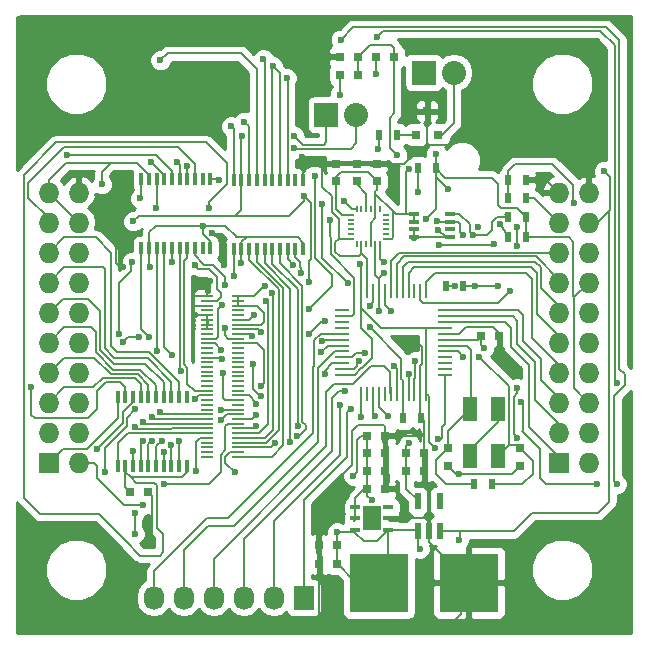
<source format=gbr>
G04 #@! TF.FileFunction,Copper,L1,Top,Signal*
%FSLAX46Y46*%
G04 Gerber Fmt 4.6, Leading zero omitted, Abs format (unit mm)*
G04 Created by KiCad (PCBNEW 4.0.0-rc2-stable) date 7/22/2016 8:43:14 PM*
%MOMM*%
G01*
G04 APERTURE LIST*
%ADD10C,0.100000*%
%ADD11R,0.800000X0.750000*%
%ADD12R,0.750000X0.800000*%
%ADD13R,0.797560X0.797560*%
%ADD14R,1.727200X1.727200*%
%ADD15O,1.727200X1.727200*%
%ADD16R,2.032000X2.032000*%
%ADD17O,2.032000X2.032000*%
%ADD18R,1.727200X2.032000*%
%ADD19O,1.727200X2.032000*%
%ADD20R,5.000000X5.000000*%
%ADD21R,0.800100X0.800100*%
%ADD22R,0.500000X0.900000*%
%ADD23R,0.304800X0.990600*%
%ADD24R,1.137920X0.198120*%
%ADD25R,0.812800X0.406400*%
%ADD26R,1.498600X2.006600*%
%ADD27R,0.558800X1.320800*%
%ADD28R,0.600000X0.230000*%
%ADD29R,0.230000X0.600000*%
%ADD30R,0.812800X0.355600*%
%ADD31R,1.300000X0.250000*%
%ADD32R,0.250000X1.300000*%
%ADD33R,1.300000X2.000000*%
%ADD34C,0.600000*%
%ADD35C,0.160000*%
%ADD36C,0.254000*%
G04 APERTURE END LIST*
D10*
D11*
X135125200Y-109714800D03*
X136625200Y-109714800D03*
X155191200Y-109460800D03*
X156691200Y-109460800D03*
X151127200Y-115810800D03*
X152627200Y-115810800D03*
X151091628Y-114237800D03*
X152591628Y-114237800D03*
D12*
X154279200Y-83418800D03*
X154279200Y-81918800D03*
X152579200Y-83418800D03*
X152579200Y-81918800D03*
X155979200Y-81918800D03*
X155979200Y-83418800D03*
D11*
X158493200Y-107936800D03*
X159993200Y-107936800D03*
X158493200Y-106412800D03*
X159993200Y-106412800D03*
X164843200Y-96506800D03*
X166343200Y-96506800D03*
X155155200Y-104952800D03*
X156655200Y-104952800D03*
X155191200Y-107936800D03*
X156691200Y-107936800D03*
X155191200Y-106412800D03*
X156691200Y-106412800D03*
D12*
X168079200Y-107518800D03*
X168079200Y-106018800D03*
X161979200Y-107518800D03*
X161979200Y-106018800D03*
D13*
X154404500Y-72884800D03*
X152905900Y-72884800D03*
X157452500Y-72884800D03*
X155953900Y-72884800D03*
X154404500Y-74408800D03*
X152905900Y-74408800D03*
D14*
X128219200Y-107238800D03*
D15*
X130759200Y-107238800D03*
X128219200Y-104698800D03*
X130759200Y-104698800D03*
X128219200Y-102158800D03*
X130759200Y-102158800D03*
X128219200Y-99618800D03*
X130759200Y-99618800D03*
X128219200Y-97078800D03*
X130759200Y-97078800D03*
X128219200Y-94538800D03*
X130759200Y-94538800D03*
X128219200Y-91998800D03*
X130759200Y-91998800D03*
X128219200Y-89458800D03*
X130759200Y-89458800D03*
X128219200Y-86918800D03*
X130759200Y-86918800D03*
X128219200Y-84378800D03*
X130759200Y-84378800D03*
D16*
X159969200Y-74218800D03*
D17*
X162509200Y-74218800D03*
D18*
X149809200Y-118668800D03*
D19*
X147269200Y-118668800D03*
X144729200Y-118668800D03*
X142189200Y-118668800D03*
X139649200Y-118668800D03*
X137109200Y-118668800D03*
D20*
X156159200Y-117398800D03*
X163779200Y-117398800D03*
D14*
X171399200Y-107238800D03*
D15*
X173939200Y-107238800D03*
X171399200Y-104698800D03*
X173939200Y-104698800D03*
X171399200Y-102158800D03*
X173939200Y-102158800D03*
X171399200Y-99618800D03*
X173939200Y-99618800D03*
X171399200Y-97078800D03*
X173939200Y-97078800D03*
X171399200Y-94538800D03*
X173939200Y-94538800D03*
X171399200Y-91998800D03*
X173939200Y-91998800D03*
X171399200Y-89458800D03*
X173939200Y-89458800D03*
X171399200Y-86918800D03*
X173939200Y-86918800D03*
X171399200Y-84378800D03*
X173939200Y-84378800D03*
D21*
X159309200Y-79473560D03*
X161209200Y-79473560D03*
X160259200Y-77474580D03*
D22*
X157707200Y-79488800D03*
X156207200Y-79488800D03*
X158229200Y-103468800D03*
X159729200Y-103468800D03*
X167129200Y-86468800D03*
X168629200Y-86468800D03*
X167129200Y-88168800D03*
X168629200Y-88168800D03*
X163329200Y-92268800D03*
X161829200Y-92268800D03*
X161009200Y-82282800D03*
X159509200Y-82282800D03*
X165729200Y-109068800D03*
X164229200Y-109068800D03*
X168629200Y-84822800D03*
X167129200Y-84822800D03*
X167129200Y-83298800D03*
X168629200Y-83298800D03*
D23*
X143887000Y-89163500D03*
X144537000Y-89163500D03*
X145187000Y-89163500D03*
X145837000Y-89163500D03*
X146487000Y-89163500D03*
X147137000Y-89163500D03*
X147787000Y-89163500D03*
X148437000Y-89163500D03*
X148437000Y-83327900D03*
X147787000Y-83327900D03*
X147137000Y-83327900D03*
X146487000Y-83327900D03*
X145837000Y-83327900D03*
X145187000Y-83327900D03*
X144537000Y-83327900D03*
X143887000Y-83327900D03*
X149087000Y-89163500D03*
X149737000Y-89163500D03*
X149087000Y-83327900D03*
X149737000Y-83327900D03*
D24*
X141627860Y-106751120D03*
X144266920Y-106751120D03*
X141627860Y-106349800D03*
X144266920Y-106349800D03*
X141627860Y-105951020D03*
X144266920Y-105951020D03*
X141627860Y-105549700D03*
X144266920Y-105549700D03*
X141627860Y-105150920D03*
X144266920Y-105150920D03*
X141627860Y-104749600D03*
X144266920Y-104749600D03*
X141627860Y-104350820D03*
X144266920Y-104350820D03*
X141627860Y-103949500D03*
X144266920Y-103949500D03*
X141627860Y-103550720D03*
X144266920Y-103550720D03*
X141627860Y-103149400D03*
X144266920Y-103149400D03*
X141627860Y-102750620D03*
X144266920Y-102750620D03*
X141627860Y-102349300D03*
X144266920Y-102349300D03*
X141627860Y-101950520D03*
X144266920Y-101950520D03*
X141627860Y-101549200D03*
X144266920Y-101549200D03*
X141627860Y-101150420D03*
X144266920Y-101150420D03*
X141627860Y-100749100D03*
X144266920Y-100749100D03*
X141627860Y-100350320D03*
X144266920Y-100350320D03*
X141627860Y-99949000D03*
X144266920Y-99949000D03*
X141627860Y-99550220D03*
X144266920Y-99550220D03*
X141627860Y-99148900D03*
X144266920Y-99148900D03*
X141627860Y-98750120D03*
X144266920Y-98750120D03*
X141627860Y-98348800D03*
X144266920Y-98348800D03*
X141627860Y-97950020D03*
X144266920Y-97950020D03*
X141627860Y-97551240D03*
X144266920Y-97551240D03*
X141627860Y-97149920D03*
X144266920Y-97149920D03*
X141627860Y-96751140D03*
X144266920Y-96751140D03*
X141627860Y-96349820D03*
X144266920Y-96349820D03*
X141627860Y-95951040D03*
X144266920Y-95951040D03*
X141627860Y-95549720D03*
X144266920Y-95549720D03*
X141627860Y-95150940D03*
X144266920Y-95150940D03*
X141627860Y-94749620D03*
X144266920Y-94749620D03*
X141627860Y-94350840D03*
X144266920Y-94350840D03*
X141627860Y-93949520D03*
X144266920Y-93949520D03*
X141627860Y-93550740D03*
X144266920Y-93550740D03*
X141627860Y-93149420D03*
X144266920Y-93149420D03*
D25*
X156976200Y-112908600D03*
X156976200Y-111968800D03*
X156976200Y-111029000D03*
X154182200Y-111029000D03*
X154182200Y-111968800D03*
X154182200Y-112908600D03*
D26*
X155604600Y-111943400D03*
D27*
X159439400Y-113038800D03*
X160379200Y-113038800D03*
X161319000Y-113038800D03*
X161319000Y-110498800D03*
X159439400Y-110498800D03*
D28*
X156779200Y-88268800D03*
X156779200Y-87868800D03*
X156779200Y-87468800D03*
X156779200Y-87068800D03*
X156779200Y-86668800D03*
X156779200Y-86268800D03*
D29*
X156279200Y-85768800D03*
X155879200Y-85768800D03*
X155479200Y-85768800D03*
X155079200Y-85768800D03*
X154679200Y-85768800D03*
X154279200Y-85768800D03*
D28*
X153779200Y-86268800D03*
X153779200Y-86668800D03*
X153779200Y-87068800D03*
X153779200Y-87468800D03*
X153779200Y-87868800D03*
X153779200Y-88268800D03*
D29*
X154279200Y-88768800D03*
X154679200Y-88768800D03*
X155079200Y-88768800D03*
X155479200Y-88768800D03*
X155879200Y-88768800D03*
X156279200Y-88768800D03*
D23*
X136054200Y-89086600D03*
X136704200Y-89086600D03*
X137354200Y-89086600D03*
X138004200Y-89086600D03*
X138654200Y-89086600D03*
X139304200Y-89086600D03*
X139954200Y-89086600D03*
X140604200Y-89086600D03*
X140604200Y-83251000D03*
X139954200Y-83251000D03*
X139304200Y-83251000D03*
X138654200Y-83251000D03*
X138004200Y-83251000D03*
X137354200Y-83251000D03*
X136704200Y-83251000D03*
X136054200Y-83251000D03*
X141254200Y-89086600D03*
X141904200Y-89086600D03*
X141254200Y-83251000D03*
X141904200Y-83251000D03*
X134054200Y-107486600D03*
X134704200Y-107486600D03*
X135354200Y-107486600D03*
X136004200Y-107486600D03*
X136654200Y-107486600D03*
X137304200Y-107486600D03*
X137954200Y-107486600D03*
X138604200Y-107486600D03*
X138604200Y-101651000D03*
X137954200Y-101651000D03*
X137304200Y-101651000D03*
X136654200Y-101651000D03*
X136004200Y-101651000D03*
X135354200Y-101651000D03*
X134704200Y-101651000D03*
X134054200Y-101651000D03*
X139254200Y-107486600D03*
X139904200Y-107486600D03*
X139254200Y-101651000D03*
X139904200Y-101651000D03*
D30*
X159129800Y-86178200D03*
X159129800Y-86838600D03*
X159129800Y-87499000D03*
X159129800Y-88159400D03*
X162228600Y-88159400D03*
X162228600Y-87499000D03*
X162228600Y-86838600D03*
X162228600Y-86178200D03*
D31*
X161779200Y-99828800D03*
X161779200Y-99328800D03*
X161779200Y-98828800D03*
X161779200Y-98328800D03*
X161779200Y-97828800D03*
X161779200Y-97328800D03*
X161779200Y-96828800D03*
X161779200Y-96328800D03*
X161779200Y-95828800D03*
X161779200Y-95328800D03*
X161779200Y-94828800D03*
X161779200Y-94328800D03*
D32*
X160179200Y-92728800D03*
X159679200Y-92728800D03*
X159179200Y-92728800D03*
X158679200Y-92728800D03*
X158179200Y-92728800D03*
X157679200Y-92728800D03*
X157179200Y-92728800D03*
X156679200Y-92728800D03*
X156179200Y-92728800D03*
X155679200Y-92728800D03*
X155179200Y-92728800D03*
X154679200Y-92728800D03*
D31*
X153079200Y-94328800D03*
X153079200Y-94828800D03*
X153079200Y-95328800D03*
X153079200Y-95828800D03*
X153079200Y-96328800D03*
X153079200Y-96828800D03*
X153079200Y-97328800D03*
X153079200Y-97828800D03*
X153079200Y-98328800D03*
X153079200Y-98828800D03*
X153079200Y-99328800D03*
X153079200Y-99828800D03*
D32*
X154679200Y-101428800D03*
X155179200Y-101428800D03*
X155679200Y-101428800D03*
X156179200Y-101428800D03*
X156679200Y-101428800D03*
X157179200Y-101428800D03*
X157679200Y-101428800D03*
X158179200Y-101428800D03*
X158679200Y-101428800D03*
X159179200Y-101428800D03*
X159679200Y-101428800D03*
X160179200Y-101428800D03*
D33*
X163849200Y-102698800D03*
X163849200Y-106698800D03*
X166249200Y-106698800D03*
X166249200Y-102698800D03*
D16*
X151724800Y-77787000D03*
D17*
X154264800Y-77787000D03*
D34*
X166418700Y-97713300D03*
X143063400Y-90537800D03*
X142072800Y-87807300D03*
X164577200Y-87299300D03*
X162583300Y-92277700D03*
X136738800Y-114337600D03*
X134541700Y-90664800D03*
X133949200Y-83088800D03*
X165021700Y-82219300D03*
X161211700Y-87553300D03*
X159370200Y-97014800D03*
X154480700Y-98602300D03*
X141879200Y-91888800D03*
X142618900Y-83298800D03*
X151115200Y-72884800D03*
X140579200Y-94768800D03*
X149679200Y-81368800D03*
X164132700Y-87972400D03*
X156579200Y-91168800D03*
X156179200Y-94368800D03*
X149794400Y-84645000D03*
X150213500Y-91972900D03*
X146505100Y-92265000D03*
X135367200Y-86816700D03*
X126731200Y-100824800D03*
X160195700Y-86600800D03*
X157719200Y-81203300D03*
X161021200Y-81076300D03*
X160894200Y-106031800D03*
X153972700Y-108381300D03*
X162989700Y-108190800D03*
X155560200Y-110413300D03*
X132719200Y-83688800D03*
X162037200Y-84060800D03*
X154544200Y-90410800D03*
X144579200Y-79568800D03*
X163307200Y-87972400D03*
X161079200Y-86768800D03*
X166418700Y-87045300D03*
X156579200Y-90268800D03*
X155379200Y-93968800D03*
X152639200Y-113143800D03*
X135494200Y-113270800D03*
X135494200Y-111492800D03*
X162926200Y-113778800D03*
X159624200Y-114540800D03*
X175245200Y-82536800D03*
X141310800Y-87172300D03*
X141768000Y-85699100D03*
X136759200Y-90638800D03*
X144479200Y-90368800D03*
X145579200Y-94768800D03*
X151623200Y-95236800D03*
X158735200Y-82409800D03*
X150264300Y-96354400D03*
X161211700Y-105206300D03*
X158735200Y-105587300D03*
X165085200Y-97522800D03*
X153528200Y-92061800D03*
X151369200Y-85330800D03*
X159497200Y-84314800D03*
X164679200Y-98268800D03*
X163279200Y-98268800D03*
X176299300Y-100481900D03*
X155992000Y-71195700D03*
X155966600Y-74332600D03*
X156919100Y-103288600D03*
X168209400Y-102145600D03*
X174635600Y-109092500D03*
X176337400Y-109067100D03*
X152931300Y-71424300D03*
X152842400Y-76085200D03*
X155865000Y-103275900D03*
X153274200Y-101155000D03*
X157479200Y-99068800D03*
X158679200Y-99768800D03*
X152879200Y-102368800D03*
X153779200Y-102668800D03*
X159243200Y-98665800D03*
X151379200Y-96968800D03*
X135979200Y-84868800D03*
X137279200Y-85668800D03*
X151279200Y-97868800D03*
X135875200Y-96633800D03*
X134541700Y-97014800D03*
X143179200Y-95868800D03*
X145539200Y-98918800D03*
X146169200Y-101578800D03*
X145459200Y-96558800D03*
X146189200Y-96208800D03*
X140561500Y-90537800D03*
X136879200Y-81768800D03*
X129779200Y-81168800D03*
X155379200Y-95768800D03*
X142779200Y-97668800D03*
X142860200Y-93928700D03*
X135557700Y-102729800D03*
X132954200Y-108000300D03*
X134160700Y-96316300D03*
X135303700Y-90220300D03*
X150238900Y-94195400D03*
X150734200Y-82943200D03*
X156119000Y-80708000D03*
X167879200Y-105130100D03*
X167904600Y-100964500D03*
X155001400Y-97992700D03*
X167904600Y-88874100D03*
X172705200Y-85267300D03*
X167879200Y-87299300D03*
X167307700Y-92696800D03*
X164285100Y-92252300D03*
X165923400Y-88759800D03*
X161249800Y-88797900D03*
X166228200Y-92252300D03*
X157179200Y-94368800D03*
X143979200Y-108068800D03*
X143879200Y-91468800D03*
X147379200Y-105568800D03*
X148679200Y-105468800D03*
X149279200Y-104168800D03*
X145779200Y-104168800D03*
X149273700Y-104952300D03*
X145749200Y-102288800D03*
X147079200Y-92868800D03*
X148879200Y-90468800D03*
X148379200Y-74668800D03*
X147179200Y-73668800D03*
X146379200Y-73068800D03*
X137679200Y-73168800D03*
X144779200Y-78368800D03*
X143679200Y-78768800D03*
X146579200Y-93568800D03*
X149553100Y-91185500D03*
X142879200Y-98468800D03*
X138679200Y-98168800D03*
X140679200Y-107968800D03*
X136679200Y-96568800D03*
X146179200Y-100768800D03*
X138694600Y-90220300D03*
X137379200Y-97768800D03*
X142979200Y-99668800D03*
X153179200Y-85068800D03*
X152067700Y-86664300D03*
X135494200Y-104190300D03*
X135367200Y-106222300D03*
X136179200Y-103768800D03*
X136179200Y-105368800D03*
X137979200Y-106368800D03*
X137979200Y-109068800D03*
X136979200Y-103368800D03*
X136979200Y-105368800D03*
X143177700Y-92226900D03*
X145779200Y-103168800D03*
X137679200Y-102968800D03*
X137779200Y-105368800D03*
X142779200Y-103668800D03*
X139279200Y-105368800D03*
X138579200Y-105768800D03*
X142779200Y-102768800D03*
X140579200Y-101868800D03*
X139379200Y-99468800D03*
X151579200Y-99768800D03*
X154679200Y-103368800D03*
X149019700Y-79603100D03*
X139088300Y-81812900D03*
X149019700Y-80644500D03*
X139964600Y-82155800D03*
X136192700Y-110857800D03*
X132279200Y-106068800D03*
D35*
X142517300Y-88023200D02*
X142288700Y-88023200D01*
X143063400Y-90537800D02*
X143203100Y-90398100D01*
X143203100Y-90398100D02*
X143203100Y-88709000D01*
X143203100Y-88709000D02*
X142517300Y-88023200D01*
X142288700Y-88023200D02*
X142072800Y-87807300D01*
X162574400Y-92268800D02*
X162583300Y-92277700D01*
X161829200Y-92268800D02*
X162574400Y-92268800D01*
X156691200Y-107936800D02*
X156667200Y-107873800D01*
X156667200Y-107873800D02*
X157048200Y-108254800D01*
X157048200Y-108254800D02*
X157048200Y-108889800D01*
X157048200Y-108889800D02*
X156667200Y-109270800D01*
X156667200Y-109270800D02*
X156667200Y-109397800D01*
X156667200Y-109397800D02*
X156691200Y-109460800D01*
X141627860Y-95150940D02*
X141681200Y-95173800D01*
X141681200Y-95173800D02*
X141681200Y-95554800D01*
X141681200Y-95554800D02*
X141627860Y-95549720D01*
X136942000Y-114134400D02*
X136942000Y-110031600D01*
X136738800Y-114337600D02*
X136942000Y-114134400D01*
X136942000Y-110031600D02*
X136625200Y-109714800D01*
X134541700Y-90664800D02*
X134285200Y-90664800D01*
X133949200Y-90328800D02*
X133949200Y-83088800D01*
X134285200Y-90664800D02*
X133949200Y-90328800D01*
X160259200Y-80314300D02*
X162354700Y-80314300D01*
X165021700Y-80631800D02*
X165021700Y-82219300D01*
X164196200Y-79806300D02*
X165021700Y-80631800D01*
X162862700Y-79806300D02*
X164196200Y-79806300D01*
X162354700Y-80314300D02*
X162862700Y-79806300D01*
X152779200Y-88268800D02*
X152779200Y-86587800D01*
X151369200Y-83870300D02*
X151369200Y-81918800D01*
X152194700Y-84695800D02*
X151369200Y-83870300D01*
X152194700Y-86003300D02*
X152194700Y-84695800D01*
X152779200Y-86587800D02*
X152194700Y-86003300D01*
X162228600Y-88159400D02*
X161817800Y-88159400D01*
X161817800Y-88159400D02*
X161211700Y-87553300D01*
X156691200Y-106412800D02*
X156691200Y-104988800D01*
X156691200Y-104988800D02*
X156655200Y-104952800D01*
X166343200Y-97637800D02*
X166343200Y-96506800D01*
X166418700Y-97713300D02*
X166343200Y-97637800D01*
X159679200Y-99055300D02*
X159814700Y-98919800D01*
X159814700Y-98919800D02*
X159814700Y-97459300D01*
X159814700Y-97459300D02*
X159370200Y-97014800D01*
X159679200Y-101428800D02*
X159679200Y-99055300D01*
X154071700Y-99328800D02*
X153079200Y-99328800D01*
X154353700Y-99046800D02*
X154071700Y-99328800D01*
X154353700Y-98729300D02*
X154353700Y-99046800D01*
X154480700Y-98602300D02*
X154353700Y-98729300D01*
X155979200Y-81918800D02*
X158337200Y-81918800D01*
X160259200Y-80377800D02*
X160259200Y-80314300D01*
X160259200Y-80314300D02*
X160259200Y-77474580D01*
X159878200Y-80758800D02*
X160259200Y-80377800D01*
X159497200Y-80758800D02*
X159878200Y-80758800D01*
X158337200Y-81918800D02*
X159497200Y-80758800D01*
X141627860Y-92140140D02*
X141627860Y-93149420D01*
X141879200Y-91888800D02*
X141627860Y-92140140D01*
X156655200Y-104952800D02*
X159788800Y-104952800D01*
X159788800Y-104952800D02*
X159993200Y-104748400D01*
X151091628Y-114237800D02*
X151091628Y-110246372D01*
X156655200Y-104180400D02*
X156655200Y-104952800D01*
X156525400Y-104050600D02*
X156655200Y-104180400D01*
X154417200Y-104050600D02*
X156525400Y-104050600D01*
X153934600Y-104533200D02*
X154417200Y-104050600D01*
X153934600Y-107403400D02*
X153934600Y-104533200D01*
X151091628Y-110246372D02*
X153934600Y-107403400D01*
X151127200Y-115810800D02*
X151127200Y-119937600D01*
X163129400Y-120052600D02*
X163129400Y-119900200D01*
X162367400Y-120814600D02*
X163129400Y-120052600D01*
X152004200Y-120814600D02*
X162367400Y-120814600D01*
X151127200Y-119937600D02*
X152004200Y-120814600D01*
X141904200Y-83251000D02*
X142571100Y-83251000D01*
X142571100Y-83251000D02*
X142618900Y-83298800D01*
X168629200Y-83298800D02*
X170319200Y-83298800D01*
X170319200Y-83298800D02*
X171399200Y-84378800D01*
X152905900Y-72884800D02*
X151115200Y-72884800D01*
X159993200Y-107936800D02*
X159993200Y-109194800D01*
X160379200Y-109580800D02*
X160379200Y-113038800D01*
X159993200Y-109194800D02*
X160379200Y-109580800D01*
X159993200Y-106412800D02*
X159993200Y-104748400D01*
X159993200Y-104748400D02*
X159993200Y-103732800D01*
X159993200Y-103732800D02*
X159729200Y-103468800D01*
X159993200Y-106412800D02*
X159993200Y-107936800D01*
X156655200Y-104952800D02*
X156655200Y-109424800D01*
X156655200Y-109424800D02*
X156691200Y-109460800D01*
X151091628Y-114237800D02*
X151091628Y-115775228D01*
X151091628Y-115775228D02*
X151127200Y-115810800D01*
X166343200Y-96506800D02*
X166343200Y-96240800D01*
X166343200Y-96240800D02*
X165847200Y-95744800D01*
X165847200Y-95744800D02*
X163561200Y-95744800D01*
X163561200Y-95744800D02*
X162977200Y-96328800D01*
X162977200Y-96328800D02*
X161779200Y-96328800D01*
X159679200Y-101428800D02*
X159679200Y-103418800D01*
X159679200Y-103418800D02*
X159729200Y-103468800D01*
X140579200Y-94749620D02*
X140560020Y-94749620D01*
X140579200Y-94768800D02*
X140579200Y-94749620D01*
X160379200Y-113038800D02*
X160379200Y-113998800D01*
X160379200Y-113998800D02*
X163779200Y-117398800D01*
X156976200Y-111968800D02*
X160079200Y-111968800D01*
X160079200Y-111968800D02*
X160379200Y-112268800D01*
X160379200Y-112268800D02*
X160379200Y-113038800D01*
X159129800Y-88159400D02*
X162228600Y-88159400D01*
X159129800Y-87499000D02*
X159129800Y-88159400D01*
X155179200Y-92728800D02*
X155179200Y-89968800D01*
X155179200Y-89968800D02*
X154679200Y-89468800D01*
X153779200Y-88268800D02*
X152779200Y-88268800D01*
X154679200Y-89568800D02*
X154679200Y-89468800D01*
X154679200Y-89468800D02*
X154679200Y-88768800D01*
X154479200Y-89768800D02*
X154679200Y-89568800D01*
X152879200Y-89768800D02*
X154479200Y-89768800D01*
X152479200Y-89368800D02*
X152879200Y-89768800D01*
X152479200Y-88568800D02*
X152479200Y-89368800D01*
X152779200Y-88268800D02*
X152479200Y-88568800D01*
X152579200Y-81918800D02*
X151369200Y-81918800D01*
X151369200Y-81918800D02*
X150229200Y-81918800D01*
X150229200Y-81918800D02*
X149679200Y-81368800D01*
X152579200Y-81918800D02*
X154279200Y-81918800D01*
X154279200Y-81918800D02*
X155979200Y-81918800D01*
X140379200Y-94168800D02*
X140379200Y-93368800D01*
X140598580Y-93149420D02*
X141627860Y-93149420D01*
X140379200Y-93368800D02*
X140598580Y-93149420D01*
X141627860Y-94749620D02*
X140560020Y-94749620D01*
X140598480Y-93949520D02*
X141627860Y-93949520D01*
X140379200Y-94168800D02*
X140598480Y-93949520D01*
X140379200Y-94568800D02*
X140379200Y-94168800D01*
X140560020Y-94749620D02*
X140379200Y-94568800D01*
X141627860Y-95150940D02*
X141627860Y-94749620D01*
X141627860Y-95150940D02*
X141627860Y-95951040D01*
X149737000Y-81426600D02*
X149737000Y-83327900D01*
X149679200Y-81368800D02*
X149737000Y-81426600D01*
X168629200Y-84822800D02*
X169303200Y-84822800D01*
X169303200Y-84822800D02*
X171399200Y-86918800D01*
X165364600Y-87972400D02*
X165783700Y-87553300D01*
X165783700Y-86854800D02*
X166169700Y-86468800D01*
X165783700Y-87553300D02*
X165783700Y-86854800D01*
X167129200Y-86468800D02*
X166169700Y-86468800D01*
X165364600Y-87972400D02*
X164132700Y-87972400D01*
X162988600Y-86178200D02*
X163879200Y-87068800D01*
X164132700Y-87972400D02*
X163879200Y-87718900D01*
X163879200Y-87718900D02*
X163879200Y-87068800D01*
X162979200Y-86178200D02*
X162228600Y-86178200D01*
X162979200Y-86178200D02*
X162988600Y-86178200D01*
X166838600Y-86178200D02*
X167129200Y-86468800D01*
X156179200Y-91568800D02*
X156179200Y-92068800D01*
X156579200Y-91168800D02*
X156179200Y-91568800D01*
X156179200Y-94368800D02*
X156179200Y-92728800D01*
X155879200Y-88768800D02*
X155879200Y-91368800D01*
X156179200Y-91668800D02*
X156179200Y-92068800D01*
X156179200Y-92068800D02*
X156179200Y-92728800D01*
X155879200Y-91368800D02*
X156179200Y-91668800D01*
X149794400Y-84645000D02*
X149794400Y-85076800D01*
X148524400Y-86346800D02*
X143901600Y-86346800D01*
X149794400Y-85076800D02*
X148524400Y-86346800D01*
X144266920Y-93550740D02*
X144221200Y-93522800D01*
X144221200Y-93522800D02*
X144221200Y-93141800D01*
X144221200Y-93141800D02*
X144266920Y-93149420D01*
X150213500Y-91972900D02*
X150213500Y-90169500D01*
X150391300Y-85241900D02*
X149794400Y-84645000D01*
X150391300Y-89991700D02*
X150391300Y-85241900D01*
X150213500Y-90169500D02*
X150391300Y-89991700D01*
X150213500Y-91972900D02*
X150404198Y-91782202D01*
X145595280Y-93149420D02*
X146479700Y-92265000D01*
X146479700Y-92265000D02*
X146505100Y-92265000D01*
X144266920Y-93149420D02*
X145595280Y-93149420D01*
X143901600Y-86346800D02*
X144028600Y-86346800D01*
X144028600Y-86346800D02*
X144537000Y-85838400D01*
X144537000Y-85838400D02*
X144537000Y-83327900D01*
X135837100Y-86346800D02*
X143901600Y-86346800D01*
X135367200Y-86816700D02*
X135837100Y-86346800D01*
X144384200Y-83480700D02*
X144537000Y-83327900D01*
X134704200Y-100860300D02*
X134704200Y-101651000D01*
X134287700Y-100443800D02*
X134704200Y-100860300D01*
X133081200Y-100443800D02*
X134287700Y-100443800D01*
X132319200Y-101205800D02*
X133081200Y-100443800D01*
X132319200Y-102729800D02*
X132319200Y-101205800D01*
X131557200Y-103491800D02*
X132319200Y-102729800D01*
X127048700Y-103491800D02*
X131557200Y-103491800D01*
X126731200Y-103174300D02*
X127048700Y-103491800D01*
X126731200Y-100824800D02*
X126731200Y-103174300D01*
X168629200Y-88168800D02*
X172280200Y-88168800D01*
X172641700Y-93169300D02*
X172705200Y-93232800D01*
X172641700Y-88530300D02*
X172641700Y-93169300D01*
X172280200Y-88168800D02*
X172641700Y-88530300D01*
X161009200Y-85787300D02*
X161009200Y-83032800D01*
X160195700Y-86600800D02*
X161009200Y-85787300D01*
X161009200Y-82282800D02*
X161009200Y-82334300D01*
X161009200Y-82334300D02*
X161783200Y-83108300D01*
X167872200Y-85711800D02*
X168629200Y-86468800D01*
X166482200Y-85711800D02*
X167872200Y-85711800D01*
X166228200Y-85457800D02*
X166482200Y-85711800D01*
X166228200Y-83616300D02*
X166228200Y-85457800D01*
X165720200Y-83108300D02*
X166228200Y-83616300D01*
X161783200Y-83108300D02*
X165720200Y-83108300D01*
X157452500Y-72884800D02*
X157452500Y-77660000D01*
X157452500Y-77660000D02*
X157084200Y-78028300D01*
X157084200Y-78028300D02*
X157084200Y-80568300D01*
X157084200Y-80568300D02*
X157719200Y-81203300D01*
X161009200Y-81088300D02*
X161009200Y-82282800D01*
X161021200Y-81076300D02*
X161009200Y-81088300D01*
X155155200Y-104952800D02*
X154670700Y-104952800D01*
X160386200Y-101635800D02*
X160179200Y-101428800D01*
X160386200Y-105523800D02*
X160386200Y-101635800D01*
X160894200Y-106031800D02*
X160386200Y-105523800D01*
X154290200Y-108063800D02*
X153972700Y-108381300D01*
X154290200Y-105333300D02*
X154290200Y-108063800D01*
X154670700Y-104952800D02*
X154290200Y-105333300D01*
X155191200Y-109460800D02*
X155191200Y-110044300D01*
X155191200Y-110044300D02*
X155560200Y-110413300D01*
X162989700Y-108190800D02*
X162989700Y-108168800D01*
X162989700Y-108168800D02*
X162989700Y-108190800D01*
X162989700Y-108190800D02*
X162989700Y-108168800D01*
X155191200Y-106412800D02*
X155191200Y-107936800D01*
X155155200Y-104952800D02*
X155155200Y-106376800D01*
X155155200Y-106376800D02*
X155191200Y-106412800D01*
X154679200Y-99268800D02*
X154703200Y-99268800D01*
X154119200Y-99828800D02*
X154679200Y-99268800D01*
X153079200Y-99828800D02*
X154119200Y-99828800D01*
X154679200Y-95879800D02*
X154679200Y-94168800D01*
X155560200Y-96760800D02*
X154679200Y-95879800D01*
X155560200Y-98411800D02*
X155560200Y-96760800D01*
X154703200Y-99268800D02*
X155560200Y-98411800D01*
X173939200Y-102158800D02*
X173912200Y-102158800D01*
X173912200Y-102158800D02*
X172705200Y-100951800D01*
X172705200Y-100951800D02*
X172705200Y-93232800D01*
X172705200Y-93232800D02*
X173939200Y-91998800D01*
X133529200Y-81868800D02*
X133449200Y-81868800D01*
X132719200Y-82598800D02*
X132719200Y-83688800D01*
X133449200Y-81868800D02*
X132719200Y-82598800D01*
X154404500Y-74408800D02*
X154404500Y-72884800D01*
X154404500Y-72884800D02*
X155420500Y-71868800D01*
X155420500Y-71868800D02*
X157211200Y-71868800D01*
X157211200Y-71868800D02*
X157452500Y-72110100D01*
X157452500Y-72110100D02*
X157452500Y-72884800D01*
X155191200Y-109460800D02*
X154925200Y-109460800D01*
X154925200Y-109460800D02*
X154182200Y-110203800D01*
X154182200Y-110203800D02*
X154182200Y-111029000D01*
X155155200Y-104952800D02*
X155155200Y-109424800D01*
X155155200Y-109424800D02*
X155191200Y-109460800D01*
X161009200Y-82282800D02*
X161009200Y-83032800D01*
X161009200Y-83032800D02*
X162037200Y-84060800D01*
X168629200Y-86468800D02*
X168629200Y-88168800D01*
X154679200Y-92728800D02*
X154644200Y-90510800D01*
X154644200Y-90510800D02*
X154544200Y-90410800D01*
X154182200Y-111029000D02*
X154182200Y-112065800D01*
X154182200Y-112065800D02*
X154079200Y-112168800D01*
X154079200Y-112168800D02*
X154182200Y-111968800D01*
X161979200Y-107518800D02*
X162029200Y-107518800D01*
X162029200Y-107518800D02*
X162679200Y-108168800D01*
X162679200Y-108168800D02*
X162989700Y-108168800D01*
X162989700Y-108168800D02*
X167429200Y-108168800D01*
X167429200Y-108168800D02*
X168079200Y-107518800D01*
X144266920Y-93949520D02*
X145859920Y-93949520D01*
X146198280Y-95549720D02*
X144266920Y-95549720D01*
X146449198Y-95298802D02*
X146198280Y-95549720D01*
X146449198Y-94538798D02*
X146449198Y-95298802D01*
X145859920Y-93949520D02*
X146449198Y-94538798D01*
X144266920Y-93149420D02*
X144266920Y-93949520D01*
X136704200Y-83251000D02*
X136704200Y-82893800D01*
X136704200Y-82893800D02*
X135679200Y-81868800D01*
X135679200Y-81868800D02*
X133529200Y-81868800D01*
X133529200Y-81868800D02*
X129679200Y-81868800D01*
X129679200Y-81868800D02*
X128219200Y-83328800D01*
X128219200Y-83328800D02*
X128219200Y-84378800D01*
X128219200Y-84378800D02*
X130759200Y-86918800D01*
X144537000Y-83327900D02*
X144537000Y-79611000D01*
X144537000Y-79611000D02*
X144579200Y-79568800D01*
X160179200Y-101428800D02*
X160179200Y-95828800D01*
X160179200Y-95828800D02*
X160219200Y-95868800D01*
X160219200Y-95868800D02*
X160279200Y-95868800D01*
X160279200Y-95868800D02*
X160279200Y-95828800D01*
X154679200Y-92728800D02*
X154679200Y-94168800D01*
X156339200Y-95828800D02*
X160279200Y-95828800D01*
X160279200Y-95828800D02*
X161779200Y-95828800D01*
X154679200Y-94168800D02*
X156339200Y-95828800D01*
X163073500Y-87738700D02*
X163073500Y-87063100D01*
X163307200Y-87972400D02*
X163073500Y-87738700D01*
X161149000Y-86838600D02*
X161079200Y-86768800D01*
X167129200Y-88018800D02*
X166418700Y-87045300D01*
X161149000Y-86838600D02*
X162228600Y-86838600D01*
X167129200Y-88018800D02*
X167129200Y-88168800D01*
X162228600Y-86838600D02*
X162849000Y-86838600D01*
X162849000Y-86838600D02*
X163073500Y-87063100D01*
X163073500Y-87063100D02*
X163079200Y-87068800D01*
X156279200Y-89968800D02*
X156279200Y-88768800D01*
X156579200Y-90268800D02*
X156279200Y-89968800D01*
X155679200Y-93668800D02*
X155679200Y-92728800D01*
X155379200Y-93968800D02*
X155679200Y-93668800D01*
X152639200Y-113143800D02*
X153947000Y-113143800D01*
X153947000Y-113143800D02*
X154182200Y-112908600D01*
X152591628Y-113191372D02*
X152591628Y-114237800D01*
X152639200Y-113143800D02*
X152591628Y-113191372D01*
X135494200Y-111492800D02*
X135494200Y-113270800D01*
X159439400Y-113038800D02*
X159439400Y-114356000D01*
X163053200Y-113651800D02*
X163053200Y-113038800D01*
X162926200Y-113778800D02*
X163053200Y-113651800D01*
X159439400Y-114356000D02*
X159624200Y-114540800D01*
X175689700Y-85902300D02*
X175689700Y-110540300D01*
X175689700Y-110540300D02*
X174737200Y-111492800D01*
X174737200Y-111492800D02*
X169149200Y-111492800D01*
X169149200Y-111492800D02*
X167603200Y-113038800D01*
X167603200Y-113038800D02*
X163053200Y-113038800D01*
X163053200Y-113038800D02*
X161319000Y-113038800D01*
X175753200Y-85838800D02*
X175689700Y-85902300D01*
X175689700Y-85902300D02*
X174673200Y-86918800D01*
X175753200Y-83044800D02*
X175753200Y-85838800D01*
X175245200Y-82536800D02*
X175753200Y-83044800D01*
X174673200Y-86918800D02*
X173939200Y-86918800D01*
X152591628Y-114237800D02*
X152591628Y-115775228D01*
X152591628Y-115775228D02*
X154215200Y-117398800D01*
X154215200Y-117398800D02*
X156159200Y-117398800D01*
X156976200Y-112908600D02*
X159309200Y-112908600D01*
X159309200Y-112908600D02*
X159439400Y-113038800D01*
X156976200Y-112908600D02*
X156976200Y-116581800D01*
X156976200Y-116581800D02*
X156159200Y-117398800D01*
X154182200Y-112908600D02*
X154182200Y-113171800D01*
X154182200Y-113171800D02*
X154879200Y-113868800D01*
X154879200Y-113868800D02*
X156016000Y-113868800D01*
X156016000Y-113868800D02*
X156976200Y-112908600D01*
X141904200Y-89086600D02*
X141904200Y-88489600D01*
X141768000Y-85140300D02*
X141768000Y-85699100D01*
X143292000Y-83616300D02*
X141768000Y-85140300D01*
X143292000Y-83616300D02*
X143292000Y-82168500D01*
X141310800Y-87896200D02*
X141310800Y-87172300D01*
X141904200Y-88489600D02*
X141310800Y-87896200D01*
X137399200Y-112483400D02*
X137399200Y-112813600D01*
X134719500Y-113855000D02*
X132458900Y-111594400D01*
X132458900Y-111594400D02*
X127505900Y-111594400D01*
X127505900Y-111594400D02*
X126121600Y-110210100D01*
X126121600Y-110210100D02*
X126121600Y-82867000D01*
X126121600Y-82867000D02*
X128864800Y-80123800D01*
X128864800Y-80123800D02*
X141564800Y-80123800D01*
X141564800Y-80123800D02*
X143292000Y-81851000D01*
X143292000Y-81851000D02*
X143292000Y-82168500D01*
X135976800Y-115112300D02*
X134719500Y-113855000D01*
X137602400Y-115112300D02*
X135976800Y-115112300D01*
X137881800Y-114832900D02*
X137602400Y-115112300D01*
X137881800Y-113296200D02*
X137881800Y-114832900D01*
X137399200Y-112813600D02*
X137881800Y-113296200D01*
X135179200Y-108468800D02*
X135179200Y-108472700D01*
X143292000Y-82168500D02*
X143292000Y-82219300D01*
X137399200Y-109156000D02*
X137399200Y-112483400D01*
X137399200Y-112483400D02*
X137399200Y-112623100D01*
X137170600Y-108927400D02*
X137399200Y-109156000D01*
X135633900Y-108927400D02*
X137170600Y-108927400D01*
X135179200Y-108472700D02*
X135633900Y-108927400D01*
X144537000Y-89163500D02*
X144537000Y-88594300D01*
X144537000Y-88594300D02*
X144962500Y-88168800D01*
X141437800Y-87168800D02*
X143123400Y-87168800D01*
X143123400Y-87168800D02*
X144123400Y-88168800D01*
X141437800Y-87168800D02*
X141447000Y-87168800D01*
X136704200Y-90583800D02*
X136704200Y-89086600D01*
X136759200Y-90638800D02*
X136704200Y-90583800D01*
X134704200Y-107486600D02*
X134704200Y-109293800D01*
X134704200Y-109293800D02*
X135125200Y-109714800D01*
X134704200Y-107486600D02*
X134704200Y-107993800D01*
X139904200Y-108043800D02*
X139904200Y-107486600D01*
X139479200Y-108468800D02*
X139904200Y-108043800D01*
X135179200Y-108468800D02*
X139479200Y-108468800D01*
X134704200Y-107993800D02*
X135179200Y-108468800D01*
X144266920Y-95150940D02*
X145197060Y-95150940D01*
X144537000Y-90311000D02*
X144537000Y-89163500D01*
X144479200Y-90368800D02*
X144537000Y-90311000D01*
X145197060Y-95150940D02*
X145579200Y-94768800D01*
X149737000Y-89163500D02*
X149737000Y-88626600D01*
X149737000Y-88626600D02*
X149279200Y-88168800D01*
X149279200Y-88168800D02*
X144962500Y-88168800D01*
X144962500Y-88168800D02*
X144123400Y-88168800D01*
X144123400Y-88168800D02*
X144079200Y-88168800D01*
X144537000Y-89163500D02*
X144537000Y-88626600D01*
X136726500Y-89277800D02*
X136726500Y-87721500D01*
X136726500Y-87721500D02*
X137279200Y-87168800D01*
X137279200Y-87168800D02*
X141437800Y-87168800D01*
X141437800Y-87168800D02*
X141479200Y-87168800D01*
X141979200Y-89225100D02*
X141926500Y-89277800D01*
X154279200Y-83418800D02*
X154279200Y-83668800D01*
X154279200Y-83668800D02*
X155079200Y-84468800D01*
X155079200Y-84468800D02*
X155079200Y-85768800D01*
X151623200Y-95236800D02*
X151381900Y-95236800D01*
X158481200Y-86178200D02*
X158481200Y-82663800D01*
X158481200Y-82663800D02*
X158735200Y-82409800D01*
X151381900Y-95236800D02*
X150264300Y-96354400D01*
X161211700Y-105206300D02*
X161458698Y-105206300D01*
X161779200Y-104003800D02*
X161779200Y-99828800D01*
X161458698Y-105206300D02*
X161529200Y-105135798D01*
X161529200Y-105135798D02*
X161529200Y-104253800D01*
X161529200Y-104253800D02*
X161779200Y-104003800D01*
X158493200Y-105829300D02*
X158735200Y-105587300D01*
X158493200Y-106412800D02*
X158493200Y-105829300D01*
X159439400Y-110498800D02*
X159439400Y-110419000D01*
X159439400Y-110419000D02*
X158481200Y-109460800D01*
X158481200Y-109460800D02*
X158481200Y-107948800D01*
X158481200Y-107948800D02*
X158493200Y-107936800D01*
X158493200Y-107936800D02*
X158493200Y-106412800D01*
X159129800Y-86178200D02*
X158481200Y-86178200D01*
X158481200Y-86178200D02*
X157588600Y-86178200D01*
X157588600Y-86178200D02*
X157379200Y-85968800D01*
X159129800Y-86178200D02*
X159129800Y-86838600D01*
X156779200Y-88268800D02*
X157279200Y-88268800D01*
X157279200Y-88268800D02*
X157379200Y-88168800D01*
X157379200Y-88168800D02*
X157379200Y-85968800D01*
X157379200Y-85968800D02*
X155879200Y-84468800D01*
X155479200Y-88768800D02*
X155479200Y-86968800D01*
X155879200Y-86568800D02*
X155879200Y-85768800D01*
X155479200Y-86968800D02*
X155879200Y-86568800D01*
X152579200Y-83418800D02*
X152579200Y-83068800D01*
X152579200Y-83068800D02*
X152979200Y-82668800D01*
X155229200Y-82668800D02*
X155979200Y-83418800D01*
X152979200Y-82668800D02*
X155229200Y-82668800D01*
X155979200Y-83418800D02*
X155979200Y-84168800D01*
X155879200Y-84268800D02*
X155879200Y-84468800D01*
X155879200Y-84468800D02*
X155879200Y-85768800D01*
X155979200Y-84168800D02*
X155879200Y-84268800D01*
X152579200Y-83418800D02*
X152579200Y-85768800D01*
X153079200Y-86268800D02*
X153779200Y-86268800D01*
X152579200Y-85768800D02*
X153079200Y-86268800D01*
X164843200Y-97280800D02*
X165085200Y-97522800D01*
X153528200Y-92061800D02*
X151369200Y-89902800D01*
X151369200Y-89902800D02*
X151369200Y-85330800D01*
X164843200Y-97280800D02*
X164843200Y-96506800D01*
X159509200Y-82282800D02*
X159509200Y-84302800D01*
X159509200Y-84302800D02*
X159497200Y-84314800D01*
X161779200Y-96828800D02*
X164521200Y-96828800D01*
X164521200Y-96828800D02*
X164843200Y-96506800D01*
X165729200Y-109068800D02*
X168279200Y-109068800D01*
X169179200Y-107118800D02*
X168079200Y-106018800D01*
X169179200Y-108168800D02*
X169179200Y-107118800D01*
X168279200Y-109068800D02*
X169179200Y-108168800D01*
X167179200Y-105768800D02*
X167829200Y-105768800D01*
X167829200Y-105768800D02*
X168079200Y-106018800D01*
X161779200Y-97828800D02*
X162839200Y-97828800D01*
X167179200Y-105768800D02*
X166249200Y-106698800D01*
X167179200Y-100768800D02*
X167179200Y-105768800D01*
X164679200Y-98268800D02*
X167179200Y-100768800D01*
X162839200Y-97828800D02*
X163279200Y-98268800D01*
X164229200Y-109068800D02*
X161879200Y-109068800D01*
X160979200Y-107018800D02*
X161979200Y-106018800D01*
X160979200Y-108168800D02*
X160979200Y-107018800D01*
X161879200Y-109068800D02*
X160979200Y-108168800D01*
X161979200Y-106018800D02*
X161979200Y-104568800D01*
X161979200Y-104568800D02*
X163849200Y-102698800D01*
X161779200Y-97328800D02*
X163639200Y-97328800D01*
X163979200Y-97668800D02*
X163979200Y-102568800D01*
X163639200Y-97328800D02*
X163979200Y-97668800D01*
X163979200Y-102568800D02*
X163849200Y-102698800D01*
X156179200Y-101428800D02*
X156179200Y-102548700D01*
X155953900Y-74319900D02*
X155953900Y-72884800D01*
X176299300Y-100481900D02*
X176121500Y-100304100D01*
X176121500Y-100304100D02*
X176121500Y-71894200D01*
X176121500Y-71894200D02*
X174915000Y-70687700D01*
X174915000Y-70687700D02*
X156500000Y-70687700D01*
X156500000Y-70687700D02*
X155992000Y-71195700D01*
X155966600Y-74332600D02*
X155953900Y-74319900D01*
X156179200Y-102548700D02*
X156919100Y-103288600D01*
X168336400Y-102272600D02*
X168336400Y-104647500D01*
X168209400Y-102145600D02*
X168336400Y-102272600D01*
X155679200Y-101428800D02*
X155679200Y-103090100D01*
X152905900Y-76021700D02*
X152905900Y-74408800D01*
X168336400Y-104647500D02*
X169784200Y-106095300D01*
X169784200Y-106095300D02*
X169784200Y-108584500D01*
X169784200Y-108584500D02*
X170292200Y-109092500D01*
X170292200Y-109092500D02*
X174635600Y-109092500D01*
X176337400Y-109067100D02*
X176096100Y-108825800D01*
X176096100Y-108825800D02*
X176096100Y-101574100D01*
X176096100Y-101574100D02*
X176985100Y-100685100D01*
X176985100Y-100685100D02*
X176985100Y-99770700D01*
X176985100Y-99770700D02*
X176527900Y-99313500D01*
X176527900Y-99313500D02*
X176527900Y-71475100D01*
X176527900Y-71475100D02*
X175410300Y-70357500D01*
X175410300Y-70357500D02*
X153998100Y-70357500D01*
X153998100Y-70357500D02*
X152931300Y-71424300D01*
X152842400Y-76085200D02*
X152905900Y-76021700D01*
X168285600Y-104596700D02*
X168336400Y-104647500D01*
X155679200Y-103090100D02*
X155865000Y-103275900D01*
X150670700Y-97687900D02*
X150670700Y-96887800D01*
X151229700Y-96328800D02*
X153079200Y-96328800D01*
X150670700Y-96887800D02*
X151229700Y-96328800D01*
X150579200Y-104768800D02*
X150579200Y-99138300D01*
X137109200Y-116438800D02*
X141579200Y-111968800D01*
X141579200Y-111968800D02*
X143379200Y-111968800D01*
X143379200Y-111968800D02*
X150579200Y-104768800D01*
X137109200Y-118668800D02*
X137109200Y-116438800D01*
X150670700Y-99046800D02*
X150670700Y-97687900D01*
X150670700Y-97687900D02*
X150670700Y-97649800D01*
X150579200Y-99138300D02*
X150670700Y-99046800D01*
X137109200Y-118668800D02*
X137109200Y-117738800D01*
X153039200Y-96368800D02*
X153079200Y-96328800D01*
X153079200Y-97828800D02*
X152419200Y-97828800D01*
X139649200Y-114598800D02*
X141679200Y-112568800D01*
X141679200Y-112568800D02*
X143879200Y-112568800D01*
X143879200Y-112568800D02*
X150979200Y-105468800D01*
X139649200Y-114598800D02*
X139649200Y-118668800D01*
X150979200Y-99268800D02*
X150979200Y-105468800D01*
X152419200Y-97828800D02*
X150979200Y-99268800D01*
X153019200Y-97768800D02*
X153079200Y-97828800D01*
X142189200Y-118668800D02*
X142189200Y-115358800D01*
X157079200Y-99568800D02*
X157079200Y-101328800D01*
X156579200Y-99068800D02*
X157079200Y-99568800D01*
X155479200Y-99068800D02*
X156579200Y-99068800D01*
X153979200Y-100568800D02*
X155479200Y-99068800D01*
X152379200Y-100568800D02*
X153979200Y-100568800D01*
X151679200Y-101268800D02*
X152379200Y-100568800D01*
X151679200Y-105868800D02*
X151679200Y-101268800D01*
X142189200Y-115358800D02*
X151679200Y-105868800D01*
X157079200Y-101328800D02*
X157179200Y-101428800D01*
X152179200Y-102107500D02*
X152179200Y-101805500D01*
X157679200Y-99268800D02*
X157679200Y-101428800D01*
X157679200Y-99268800D02*
X157479200Y-99068800D01*
X152829700Y-101155000D02*
X153274200Y-101155000D01*
X152179200Y-101805500D02*
X152829700Y-101155000D01*
X144729200Y-113718800D02*
X152179200Y-106268800D01*
X152179200Y-106268800D02*
X152179200Y-102107500D01*
X152179200Y-102107500D02*
X152179200Y-101968800D01*
X144729200Y-113718800D02*
X144729200Y-118668800D01*
X147269200Y-118668800D02*
X147269200Y-112178800D01*
X158679200Y-99768800D02*
X158679200Y-101428800D01*
X152879200Y-106568800D02*
X152879200Y-102368800D01*
X147269200Y-112178800D02*
X152879200Y-106568800D01*
X159179200Y-100368800D02*
X159179200Y-100126800D01*
X153479200Y-102968800D02*
X153779200Y-102668800D01*
X159179200Y-101428800D02*
X159179200Y-100368800D01*
X149809200Y-110438800D02*
X149809200Y-118668800D01*
X153479200Y-106768800D02*
X153479200Y-103068800D01*
X149809200Y-110438800D02*
X153479200Y-106768800D01*
X153479200Y-103068800D02*
X153479200Y-102968800D01*
X159243200Y-100062800D02*
X159243200Y-98665800D01*
X159179200Y-100126800D02*
X159243200Y-100062800D01*
X171399200Y-107238800D02*
X171399200Y-106738800D01*
X171399200Y-106738800D02*
X168879200Y-104218800D01*
X168879200Y-104218800D02*
X168879200Y-98968800D01*
X168879200Y-98968800D02*
X167379200Y-97468800D01*
X167379200Y-97468800D02*
X167379200Y-95828800D01*
X167379200Y-95828800D02*
X166879200Y-95328800D01*
X166879200Y-95328800D02*
X161779200Y-95328800D01*
X171399200Y-104698800D02*
X171399200Y-103988800D01*
X171399200Y-103988800D02*
X169379200Y-101968800D01*
X169379200Y-101968800D02*
X169379200Y-98718800D01*
X169379200Y-98718800D02*
X167879200Y-97218800D01*
X167879200Y-97218800D02*
X167879200Y-95218800D01*
X167879200Y-95218800D02*
X167489200Y-94828800D01*
X167489200Y-94828800D02*
X161779200Y-94828800D01*
X171399200Y-102158800D02*
X171399200Y-101738800D01*
X171399200Y-101738800D02*
X169879200Y-100218800D01*
X169879200Y-100218800D02*
X169879200Y-98468800D01*
X169879200Y-98468800D02*
X168379200Y-96968800D01*
X168379200Y-96968800D02*
X168379200Y-94718800D01*
X168379200Y-94718800D02*
X167989200Y-94328800D01*
X167989200Y-94328800D02*
X161779200Y-94328800D01*
X171399200Y-99618800D02*
X171399200Y-98988800D01*
X171399200Y-98988800D02*
X169129200Y-96718800D01*
X169129200Y-96718800D02*
X169129200Y-91718800D01*
X169129200Y-91718800D02*
X168629200Y-91218800D01*
X168629200Y-91218800D02*
X160879200Y-91218800D01*
X160879200Y-91218800D02*
X160179200Y-91918800D01*
X160179200Y-91918800D02*
X160179200Y-92728800D01*
X169049198Y-90718800D02*
X159129200Y-90718800D01*
X171399200Y-97078800D02*
X171399200Y-96488800D01*
X171399200Y-96488800D02*
X169549198Y-94638798D01*
X169549198Y-94638798D02*
X169549198Y-91218800D01*
X169549198Y-91218800D02*
X169049198Y-90718800D01*
X159129200Y-90718800D02*
X158679200Y-91168800D01*
X158679200Y-91168800D02*
X158679200Y-92728800D01*
X171399200Y-94538800D02*
X171399200Y-93988800D01*
X171399200Y-93988800D02*
X169879200Y-92468800D01*
X169879200Y-92468800D02*
X169879200Y-90718800D01*
X169879200Y-90718800D02*
X169379200Y-90218800D01*
X169379200Y-90218800D02*
X158629200Y-90218800D01*
X158629200Y-90218800D02*
X158179200Y-90668800D01*
X158179200Y-90668800D02*
X158179200Y-92728800D01*
X171399200Y-91998800D02*
X171399200Y-91738800D01*
X171399200Y-91738800D02*
X169449202Y-89788802D01*
X169449202Y-89788802D02*
X158309198Y-89788802D01*
X158309198Y-89788802D02*
X157679200Y-90418800D01*
X157679200Y-90418800D02*
X157679200Y-92728800D01*
X171399200Y-89458800D02*
X157889200Y-89458800D01*
X157179200Y-90168800D02*
X157179200Y-92728800D01*
X157889200Y-89458800D02*
X157179200Y-90168800D01*
X153079200Y-96828800D02*
X151519200Y-96828800D01*
X151519200Y-96828800D02*
X151379200Y-96968800D01*
X136054200Y-84793800D02*
X136054200Y-83251000D01*
X135979200Y-84868800D02*
X136054200Y-84793800D01*
X137279200Y-85668800D02*
X137354200Y-85593800D01*
X137354200Y-83251000D02*
X137354200Y-85593800D01*
X153079200Y-97328800D02*
X151819200Y-97328800D01*
X151819200Y-97328800D02*
X151279200Y-97868800D01*
X134922700Y-96633800D02*
X135875200Y-96633800D01*
X134541700Y-97014800D02*
X134922700Y-96633800D01*
X143179200Y-95868800D02*
X143179200Y-96468800D01*
X143179200Y-96468800D02*
X143361540Y-96751140D01*
X143361540Y-96751140D02*
X144266920Y-96751140D01*
X145539200Y-98918800D02*
X145469200Y-98988800D01*
X145469200Y-98988800D02*
X145469200Y-100968800D01*
X145469200Y-100968800D02*
X146079200Y-101578800D01*
X146079200Y-101578800D02*
X146169200Y-101578800D01*
X145250220Y-96349820D02*
X144266920Y-96349820D01*
X145250220Y-96349820D02*
X145459200Y-96558800D01*
X145261440Y-95951040D02*
X145931440Y-95951040D01*
X145261440Y-95951040D02*
X144266920Y-95951040D01*
X145931440Y-95951040D02*
X146189200Y-96208800D01*
X140885350Y-90861650D02*
X141812450Y-90861650D01*
X142437260Y-93550740D02*
X142809200Y-93178800D01*
X142437260Y-93550740D02*
X141627860Y-93550740D01*
X142822100Y-93165900D02*
X142809200Y-93178800D01*
X142822100Y-92900000D02*
X142822100Y-93165900D01*
X142479200Y-92557100D02*
X142822100Y-92900000D01*
X142479200Y-91528400D02*
X142479200Y-92557100D01*
X141812450Y-90861650D02*
X142479200Y-91528400D01*
X140561500Y-90537800D02*
X140885350Y-90861650D01*
X140885350Y-90861650D02*
X140904400Y-90880700D01*
X138004200Y-83251000D02*
X138004200Y-82893800D01*
X138004200Y-82893800D02*
X136879200Y-81768800D01*
X138654200Y-83251000D02*
X138654200Y-82543800D01*
X137279200Y-81168800D02*
X129779200Y-81168800D01*
X138654200Y-82543800D02*
X137279200Y-81168800D01*
X158179200Y-101428800D02*
X158179200Y-103418800D01*
X158179200Y-103418800D02*
X158229200Y-103468800D01*
X158179200Y-101428800D02*
X158179200Y-100268800D01*
X158079200Y-98468800D02*
X155379200Y-95768800D01*
X158079200Y-100168800D02*
X158079200Y-98468800D01*
X158179200Y-100268800D02*
X158079200Y-100168800D01*
X159309200Y-79473560D02*
X157722440Y-79473560D01*
X157722440Y-79473560D02*
X157707200Y-79488800D01*
X142260320Y-97149920D02*
X142779200Y-97668800D01*
X141627860Y-97149920D02*
X142260320Y-97149920D01*
X142579200Y-94209700D02*
X142860200Y-93928700D01*
X142579200Y-94209700D02*
X142579200Y-95401900D01*
X134859200Y-103745800D02*
X134859200Y-104126800D01*
X135557700Y-102729800D02*
X134859200Y-103428300D01*
X134859200Y-103428300D02*
X134859200Y-103745800D01*
X132954200Y-106031800D02*
X132954200Y-108000300D01*
X134859200Y-104126800D02*
X132954200Y-106031800D01*
X134160700Y-91998300D02*
X134160700Y-96316300D01*
X135176700Y-90982300D02*
X134160700Y-91998300D01*
X135176700Y-90347300D02*
X135176700Y-90982300D01*
X135303700Y-90220300D02*
X135176700Y-90347300D01*
X141627860Y-96751140D02*
X142396860Y-96751140D01*
X142396860Y-96751140D02*
X142579200Y-96568800D01*
X142579200Y-96568800D02*
X142579200Y-95401900D01*
X142579200Y-95401900D02*
X142579200Y-95268800D01*
X150238900Y-94195400D02*
X152182000Y-92252300D01*
X152182000Y-92252300D02*
X152182000Y-91363300D01*
X152182000Y-91363300D02*
X150734200Y-89915500D01*
X150734200Y-89915500D02*
X150734200Y-82943200D01*
X156119000Y-80708000D02*
X156207200Y-80619800D01*
X156207200Y-79488800D02*
X156207200Y-80619800D01*
X167904600Y-101345500D02*
X167904600Y-100964500D01*
X167599800Y-104850700D02*
X167879200Y-105130100D01*
X167599800Y-101650300D02*
X167599800Y-104850700D01*
X167904600Y-101345500D02*
X167599800Y-101650300D01*
X153079200Y-98328800D02*
X153928700Y-98328800D01*
X167891900Y-100977200D02*
X167891900Y-101015300D01*
X167904600Y-100964500D02*
X167891900Y-100977200D01*
X154264800Y-97992700D02*
X155001400Y-97992700D01*
X153928700Y-98328800D02*
X154264800Y-97992700D01*
X167853800Y-88569300D02*
X167879200Y-88569300D01*
X167879200Y-88594700D02*
X167853800Y-88569300D01*
X167879200Y-88848700D02*
X167879200Y-88594700D01*
X167904600Y-88874100D02*
X167879200Y-88848700D01*
X167879200Y-88696300D02*
X167879200Y-88569300D01*
X167879200Y-88569300D02*
X167879200Y-87299300D01*
X167129200Y-82524800D02*
X167129200Y-83298800D01*
X167688700Y-81965300D02*
X167129200Y-82524800D01*
X170863700Y-81965300D02*
X167688700Y-81965300D01*
X172641700Y-83743300D02*
X170863700Y-81965300D01*
X172641700Y-85203800D02*
X172641700Y-83743300D01*
X172705200Y-85267300D02*
X172641700Y-85203800D01*
X159878200Y-93712800D02*
X166291700Y-93712800D01*
X159679200Y-93513800D02*
X159878200Y-93712800D01*
X159679200Y-92728800D02*
X159679200Y-93513800D01*
X166291700Y-93712800D02*
X167307700Y-92696800D01*
X167129200Y-83298800D02*
X167129200Y-84822800D01*
X165339200Y-88810600D02*
X165872600Y-88810600D01*
X165872600Y-88810600D02*
X165923400Y-88759800D01*
X164285100Y-92252300D02*
X164285163Y-92252363D01*
X164285163Y-92252363D02*
X164285163Y-92263359D01*
X164285163Y-92263359D02*
X164285100Y-92263296D01*
X164285100Y-92263296D02*
X164285100Y-92252300D01*
X164285100Y-92252300D02*
X164285100Y-92263359D01*
X161262500Y-88810600D02*
X165339200Y-88810600D01*
X165339200Y-88810600D02*
X165364600Y-88810600D01*
X161249800Y-88797900D02*
X161262500Y-88810600D01*
X166228200Y-92252300D02*
X164285100Y-92263359D01*
X164285100Y-92263359D02*
X163329200Y-92268800D01*
X156679200Y-93868800D02*
X156679200Y-92728800D01*
X157179200Y-94368800D02*
X156679200Y-93868800D01*
X143979200Y-108068800D02*
X143179200Y-107268800D01*
X143179200Y-107268800D02*
X143179200Y-106768800D01*
X143179200Y-106768800D02*
X143598200Y-106349800D01*
X143598200Y-106349800D02*
X144266920Y-106349800D01*
X143887000Y-89163500D02*
X143887000Y-91461000D01*
X143887000Y-91461000D02*
X143879200Y-91468800D01*
X147679200Y-92568800D02*
X147679200Y-104468800D01*
X145187000Y-89163500D02*
X145187000Y-90076600D01*
X146598300Y-105549700D02*
X144266920Y-105549700D01*
X147679200Y-104468800D02*
X146598300Y-105549700D01*
X145187000Y-90076600D02*
X147679200Y-92568800D01*
X145837000Y-89163500D02*
X145837000Y-90226600D01*
X147096880Y-106751120D02*
X144266920Y-106751120D01*
X148079200Y-105768800D02*
X147096880Y-106751120D01*
X148079200Y-92468800D02*
X148079200Y-105768800D01*
X145837000Y-90226600D02*
X148079200Y-92468800D01*
X146996980Y-105951020D02*
X144266920Y-105951020D01*
X147379200Y-105568800D02*
X146996980Y-105951020D01*
X146487000Y-89163500D02*
X146487000Y-90376600D01*
X148679200Y-92568800D02*
X148679200Y-105468800D01*
X146487000Y-90376600D02*
X148679200Y-92568800D01*
X144266920Y-104350820D02*
X145597180Y-104350820D01*
X147137000Y-90426600D02*
X149279200Y-92568800D01*
X149279200Y-92568800D02*
X149279200Y-104168800D01*
X147137000Y-90426600D02*
X147137000Y-89163500D01*
X145597180Y-104350820D02*
X145779200Y-104168800D01*
X149679200Y-103770300D02*
X149972200Y-104063300D01*
X149972200Y-104063300D02*
X149972200Y-104380800D01*
X149972200Y-104380800D02*
X149400700Y-104952300D01*
X149400700Y-104952300D02*
X149273700Y-104952300D01*
X147787000Y-89163500D02*
X147787000Y-90376600D01*
X149679200Y-92268800D02*
X149679200Y-101468800D01*
X147787000Y-90376600D02*
X149679200Y-92268800D01*
X149679200Y-102246300D02*
X149679200Y-102221800D01*
X149679200Y-102221800D02*
X149679200Y-101468800D01*
X149679200Y-102246300D02*
X149679200Y-103770300D01*
X145139600Y-101549200D02*
X145749200Y-102158800D01*
X145749200Y-102158800D02*
X145749200Y-102288800D01*
X145139600Y-101549200D02*
X144266920Y-101549200D01*
X147179200Y-103468800D02*
X147179200Y-104468800D01*
X148437000Y-89163500D02*
X148437000Y-90026600D01*
X147179200Y-92968800D02*
X147179200Y-100268800D01*
X147079200Y-92868800D02*
X147179200Y-92968800D01*
X148437000Y-90026600D02*
X148879200Y-90468800D01*
X147179200Y-103468800D02*
X147179200Y-100268800D01*
X146497080Y-105150920D02*
X144266920Y-105150920D01*
X147179200Y-104468800D02*
X146497080Y-105150920D01*
X148437000Y-83327900D02*
X148437000Y-74726600D01*
X148437000Y-74726600D02*
X148379200Y-74668800D01*
X147787000Y-83327900D02*
X147787000Y-74276600D01*
X147787000Y-74276600D02*
X147179200Y-73668800D01*
X147137000Y-83327900D02*
X147137000Y-73711000D01*
X147137000Y-73711000D02*
X147179200Y-73668800D01*
X146487000Y-83327900D02*
X146487000Y-73176600D01*
X146487000Y-73176600D02*
X146379200Y-73068800D01*
X145837000Y-83327900D02*
X145837000Y-73926600D01*
X138279200Y-72568800D02*
X137679200Y-73168800D01*
X144479200Y-72568800D02*
X138279200Y-72568800D01*
X145837000Y-73926600D02*
X144479200Y-72568800D01*
X145187000Y-83327900D02*
X145187000Y-78776600D01*
X145187000Y-78776600D02*
X144779200Y-78368800D01*
X143887000Y-83327900D02*
X143887000Y-78976600D01*
X143887000Y-78976600D02*
X143679200Y-78768800D01*
X149087000Y-89163500D02*
X149087000Y-89843100D01*
X146579200Y-93568800D02*
X146779200Y-93768800D01*
X146779200Y-93768800D02*
X146779200Y-100568800D01*
X149527700Y-90283800D02*
X149553100Y-91185500D01*
X149087000Y-89843100D02*
X149527700Y-90283800D01*
X146779200Y-100568800D02*
X146779200Y-103968800D01*
X145998400Y-104749600D02*
X144266920Y-104749600D01*
X146779200Y-103968800D02*
X145998400Y-104749600D01*
X146779200Y-100568800D02*
X146779200Y-100668800D01*
X138004200Y-89086600D02*
X138004200Y-97493800D01*
X142759200Y-98348800D02*
X141627860Y-98348800D01*
X142879200Y-98468800D02*
X142759200Y-98348800D01*
X138004200Y-97493800D02*
X138679200Y-98168800D01*
X136054200Y-89086600D02*
X136054200Y-95943800D01*
X140997080Y-105150920D02*
X141627860Y-105150920D01*
X140679200Y-107968800D02*
X140679200Y-105468800D01*
X140679200Y-105468800D02*
X140997080Y-105150920D01*
X136054200Y-95943800D02*
X136679200Y-96568800D01*
X145860320Y-97149920D02*
X144266920Y-97149920D01*
X146449198Y-97738798D02*
X145860320Y-97149920D01*
X146449198Y-100498802D02*
X146449198Y-97738798D01*
X146179200Y-100768800D02*
X146449198Y-100498802D01*
X138669600Y-90195300D02*
X138654200Y-89086600D01*
X138669600Y-90195300D02*
X138694600Y-90220300D01*
X142979200Y-101268800D02*
X142979200Y-101768800D01*
X137354200Y-97743800D02*
X137379200Y-97768800D01*
X142979200Y-99668800D02*
X142979200Y-101268800D01*
X137354200Y-89086600D02*
X137354200Y-97743800D01*
X143160920Y-101950520D02*
X144266920Y-101950520D01*
X142979200Y-101768800D02*
X143160920Y-101950520D01*
X153079200Y-94828800D02*
X153919200Y-94828800D01*
X153879200Y-85768800D02*
X154279200Y-85768800D01*
X153179200Y-85068800D02*
X153879200Y-85768800D01*
X152079200Y-89568800D02*
X152067700Y-86664300D01*
X154079200Y-91568800D02*
X152079200Y-89568800D01*
X154079200Y-94668800D02*
X154079200Y-91568800D01*
X153919200Y-94828800D02*
X154079200Y-94668800D01*
X163849200Y-106698800D02*
X163849200Y-106198800D01*
X163849200Y-106198800D02*
X166249200Y-103798800D01*
X166249200Y-103798800D02*
X166249200Y-102698800D01*
X134054200Y-107486600D02*
X134054200Y-105593800D01*
X134898400Y-104749600D02*
X141627860Y-104749600D01*
X134054200Y-105593800D02*
X134898400Y-104749600D01*
X135494200Y-104190300D02*
X135676220Y-104372320D01*
X141627860Y-104350820D02*
X135676220Y-104372320D01*
X135354200Y-106235300D02*
X135354200Y-107486600D01*
X135367200Y-106222300D02*
X135354200Y-106235300D01*
X136004200Y-107486600D02*
X136004200Y-105543800D01*
X136359900Y-103949500D02*
X141627860Y-103949500D01*
X136179200Y-103768800D02*
X136359900Y-103949500D01*
X136004200Y-105543800D02*
X136179200Y-105368800D01*
X143179200Y-105968800D02*
X143179200Y-106168800D01*
X143398500Y-103949500D02*
X143179200Y-104168800D01*
X143179200Y-104168800D02*
X143179200Y-105968800D01*
X144266920Y-103949500D02*
X143398500Y-103949500D01*
X137954200Y-106393800D02*
X137954200Y-107486600D01*
X137979200Y-106368800D02*
X137954200Y-106393800D01*
X141779200Y-109068800D02*
X137979200Y-109068800D01*
X142779200Y-108068800D02*
X141779200Y-109068800D01*
X142779200Y-106568800D02*
X142779200Y-108068800D01*
X143179200Y-106168800D02*
X142779200Y-106568800D01*
X136654200Y-107486600D02*
X136654200Y-105693800D01*
X137161120Y-103550720D02*
X141627860Y-103550720D01*
X136979200Y-103368800D02*
X137161120Y-103550720D01*
X136654200Y-105693800D02*
X136979200Y-105368800D01*
X141379200Y-90468800D02*
X142118100Y-90468800D01*
X140604200Y-89693800D02*
X141379200Y-90468800D01*
X140604200Y-89693800D02*
X140604200Y-89086600D01*
X143177700Y-91528400D02*
X143177700Y-92226900D01*
X142118100Y-90468800D02*
X143177700Y-91528400D01*
X145779200Y-103168800D02*
X145397280Y-103550720D01*
X145397280Y-103550720D02*
X144266920Y-103550720D01*
X137304200Y-107486600D02*
X137304200Y-105843800D01*
X137859800Y-103149400D02*
X141627860Y-103149400D01*
X137679200Y-102968800D02*
X137859800Y-103149400D01*
X137304200Y-105843800D02*
X137779200Y-105368800D01*
X139254200Y-107486600D02*
X139254200Y-105393800D01*
X143298600Y-103149400D02*
X144266920Y-103149400D01*
X142779200Y-103668800D02*
X143298600Y-103149400D01*
X139254200Y-105393800D02*
X139279200Y-105368800D01*
X144266920Y-102750620D02*
X143561020Y-102750620D01*
X138604200Y-105793800D02*
X138604200Y-107486600D01*
X138579200Y-105768800D02*
X138604200Y-105793800D01*
X143561020Y-102750620D02*
X142779200Y-102768800D01*
X139304200Y-89086600D02*
X139304200Y-99393800D01*
X140898800Y-101549200D02*
X141627860Y-101549200D01*
X140579200Y-101868800D02*
X140898800Y-101549200D01*
X139304200Y-99393800D02*
X139379200Y-99468800D01*
X139954200Y-100543800D02*
X139954200Y-99239798D01*
X139954200Y-100543800D02*
X140560820Y-101150420D01*
X141627860Y-101150420D02*
X140560820Y-101150420D01*
X139954200Y-89887800D02*
X139954200Y-89086600D01*
X139634202Y-90207798D02*
X139954200Y-89887800D01*
X139634202Y-98919800D02*
X139634202Y-90207798D01*
X139954200Y-99239798D02*
X139634202Y-98919800D01*
X151579200Y-99768800D02*
X151579200Y-99468800D01*
X151579200Y-99468800D02*
X152219200Y-98828800D01*
X152219200Y-98828800D02*
X153079200Y-98828800D01*
X154679200Y-103368800D02*
X154679200Y-101428800D01*
X139304200Y-83251000D02*
X139304200Y-82028800D01*
X151724800Y-80136500D02*
X151724800Y-77787000D01*
X151547000Y-80314300D02*
X151724800Y-80136500D01*
X149730900Y-80314300D02*
X151547000Y-80314300D01*
X149019700Y-79603100D02*
X149730900Y-80314300D01*
X139304200Y-82028800D02*
X139088300Y-81812900D01*
X139954200Y-83251000D02*
X139954200Y-82166200D01*
X154264800Y-80187300D02*
X154264800Y-77787000D01*
X153782200Y-80669900D02*
X154264800Y-80187300D01*
X149045100Y-80669900D02*
X153782200Y-80669900D01*
X149019700Y-80644500D02*
X149045100Y-80669900D01*
X139954200Y-82166200D02*
X139964600Y-82155800D01*
X161209200Y-79473560D02*
X161544440Y-79473560D01*
X161544440Y-79473560D02*
X162509200Y-78508800D01*
X162509200Y-78508800D02*
X162509200Y-74218800D01*
X130759200Y-107238800D02*
X132065700Y-107238800D01*
X132319200Y-107492300D02*
X132065700Y-107238800D01*
X132319200Y-108508300D02*
X132319200Y-107492300D01*
X134605200Y-110794300D02*
X132319200Y-108508300D01*
X136129200Y-110794300D02*
X134605200Y-110794300D01*
X136192700Y-110857800D02*
X136129200Y-110794300D01*
X137954200Y-101651000D02*
X137954200Y-100443800D01*
X129389200Y-93368800D02*
X128219200Y-94538800D01*
X131579200Y-93368800D02*
X129389200Y-93368800D01*
X132579200Y-94368800D02*
X131579200Y-93368800D01*
X132579200Y-97668800D02*
X132579200Y-94368800D01*
X133779200Y-98868800D02*
X132579200Y-97668800D01*
X136379200Y-98868800D02*
X133779200Y-98868800D01*
X137954200Y-100443800D02*
X136379200Y-98868800D01*
X138604200Y-101651000D02*
X138604200Y-100393800D01*
X129549200Y-90668800D02*
X128219200Y-91998800D01*
X132779200Y-90668800D02*
X129549200Y-90668800D01*
X132979200Y-90868800D02*
X132779200Y-90668800D01*
X132979200Y-93868800D02*
X132979200Y-90868800D01*
X132979200Y-97568800D02*
X132979200Y-93868800D01*
X133779200Y-98368800D02*
X132979200Y-97568800D01*
X136579200Y-98368800D02*
X133779200Y-98368800D01*
X138604200Y-100393800D02*
X136579200Y-98368800D01*
X139254200Y-101651000D02*
X139254200Y-100443800D01*
X129509200Y-88168800D02*
X128219200Y-89458800D01*
X132179200Y-88168800D02*
X129509200Y-88168800D01*
X133479200Y-89468800D02*
X132179200Y-88168800D01*
X133479200Y-97368800D02*
X133479200Y-89468800D01*
X133979200Y-97868800D02*
X133479200Y-97368800D01*
X136679200Y-97868800D02*
X133979200Y-97868800D01*
X139254200Y-100443800D02*
X136679200Y-97868800D01*
X128219200Y-86918800D02*
X128219200Y-86564800D01*
X128219200Y-86564800D02*
X126477200Y-84822800D01*
X126477200Y-84822800D02*
X126477200Y-83552800D01*
X126477200Y-83552800D02*
X129525200Y-80504800D01*
X129525200Y-80504800D02*
X139177200Y-80504800D01*
X139177200Y-80504800D02*
X140604200Y-81931800D01*
X140604200Y-81931800D02*
X140604200Y-83251000D01*
X134054200Y-101651000D02*
X134054200Y-103493800D01*
X129389200Y-106068800D02*
X128219200Y-107238800D01*
X131479200Y-106068800D02*
X129389200Y-106068800D01*
X132479200Y-105068800D02*
X131479200Y-106068800D01*
X134054200Y-103493800D02*
X132479200Y-105068800D01*
X135354200Y-101651000D02*
X135354200Y-102093800D01*
X135354200Y-102093800D02*
X134479200Y-102968800D01*
X134479200Y-102968800D02*
X134479200Y-103868800D01*
X134479200Y-103868800D02*
X132279200Y-106068800D01*
X136004200Y-101651000D02*
X136004200Y-100593800D01*
X129509200Y-100868800D02*
X128219200Y-102158800D01*
X131979200Y-100868800D02*
X129509200Y-100868800D01*
X132779200Y-100068800D02*
X131979200Y-100868800D01*
X135479200Y-100068800D02*
X132779200Y-100068800D01*
X136004200Y-100593800D02*
X135479200Y-100068800D01*
X136654200Y-101651000D02*
X136654200Y-100643800D01*
X129469200Y-98368800D02*
X128219200Y-99618800D01*
X132079200Y-98368800D02*
X129469200Y-98368800D01*
X133449198Y-99738798D02*
X132079200Y-98368800D01*
X135749198Y-99738798D02*
X133449198Y-99738798D01*
X136654200Y-100643800D02*
X135749198Y-99738798D01*
X137304200Y-101651000D02*
X137304200Y-100693800D01*
X129529200Y-95768800D02*
X128219200Y-97078800D01*
X131779200Y-95768800D02*
X129529200Y-95768800D01*
X132179200Y-96168800D02*
X131779200Y-95768800D01*
X132179200Y-97868800D02*
X132179200Y-96168800D01*
X133679200Y-99368800D02*
X132179200Y-97868800D01*
X135979200Y-99368800D02*
X133679200Y-99368800D01*
X137304200Y-100693800D02*
X135979200Y-99368800D01*
D36*
G36*
X177494300Y-121666700D02*
X125523500Y-121666700D01*
X125523500Y-121335993D01*
X125548900Y-121208300D01*
X125548900Y-116840634D01*
X127905743Y-116840634D01*
X128306053Y-117809458D01*
X129046643Y-118551342D01*
X130014767Y-118953342D01*
X131063034Y-118954257D01*
X132031858Y-118553947D01*
X132773742Y-117813357D01*
X133175742Y-116845233D01*
X133176657Y-115796966D01*
X132776347Y-114828142D01*
X132035757Y-114086258D01*
X131067633Y-113684258D01*
X130019366Y-113683343D01*
X129050542Y-114083653D01*
X128308658Y-114824243D01*
X127906658Y-115792367D01*
X127905743Y-116840634D01*
X125548900Y-116840634D01*
X125548900Y-110615231D01*
X125616019Y-110715681D01*
X127000319Y-112099981D01*
X127232281Y-112254974D01*
X127505900Y-112309400D01*
X132162738Y-112309400D01*
X134213919Y-114360581D01*
X135471219Y-115617882D01*
X135569873Y-115683800D01*
X135703181Y-115772874D01*
X135976800Y-115827300D01*
X136709538Y-115827300D01*
X136603619Y-115933219D01*
X136448626Y-116165181D01*
X136394200Y-116438800D01*
X136394200Y-117194084D01*
X136049530Y-117424385D01*
X135724674Y-117910566D01*
X135610600Y-118484055D01*
X135610600Y-118853545D01*
X135724674Y-119427034D01*
X136049530Y-119913215D01*
X136535711Y-120238071D01*
X137109200Y-120352145D01*
X137682689Y-120238071D01*
X138168870Y-119913215D01*
X138379200Y-119598434D01*
X138589530Y-119913215D01*
X139075711Y-120238071D01*
X139649200Y-120352145D01*
X140222689Y-120238071D01*
X140708870Y-119913215D01*
X140919200Y-119598434D01*
X141129530Y-119913215D01*
X141615711Y-120238071D01*
X142189200Y-120352145D01*
X142762689Y-120238071D01*
X143248870Y-119913215D01*
X143459200Y-119598434D01*
X143669530Y-119913215D01*
X144155711Y-120238071D01*
X144729200Y-120352145D01*
X145302689Y-120238071D01*
X145788870Y-119913215D01*
X145999200Y-119598434D01*
X146209530Y-119913215D01*
X146695711Y-120238071D01*
X147269200Y-120352145D01*
X147842689Y-120238071D01*
X148328870Y-119913215D01*
X148338443Y-119898887D01*
X148342438Y-119920117D01*
X148481510Y-120136241D01*
X148693710Y-120281231D01*
X148945600Y-120332240D01*
X150672800Y-120332240D01*
X150908117Y-120287962D01*
X151124241Y-120148890D01*
X151269231Y-119936690D01*
X151320240Y-119684800D01*
X151320240Y-117652800D01*
X151275962Y-117417483D01*
X151136890Y-117201359D01*
X150924690Y-117056369D01*
X150672800Y-117005360D01*
X150524200Y-117005360D01*
X150524200Y-116789034D01*
X150600891Y-116820800D01*
X150841450Y-116820800D01*
X151000200Y-116662050D01*
X151000200Y-115937800D01*
X150980200Y-115937800D01*
X150980200Y-115683800D01*
X151000200Y-115683800D01*
X151000200Y-114959550D01*
X150964628Y-114923978D01*
X150964628Y-114364800D01*
X150944628Y-114364800D01*
X150944628Y-114110800D01*
X150964628Y-114110800D01*
X150964628Y-113386550D01*
X150805878Y-113227800D01*
X150565319Y-113227800D01*
X150524200Y-113244832D01*
X150524200Y-110734962D01*
X153037839Y-108221324D01*
X153037538Y-108566467D01*
X153179583Y-108910243D01*
X153442373Y-109173492D01*
X153785901Y-109316138D01*
X154058462Y-109316375D01*
X153676619Y-109698219D01*
X153521626Y-109930181D01*
X153467200Y-110203800D01*
X153467200Y-110269794D01*
X153324359Y-110361710D01*
X153179369Y-110573910D01*
X153128360Y-110825800D01*
X153128360Y-111232200D01*
X153172638Y-111467517D01*
X153191210Y-111496379D01*
X153179369Y-111513710D01*
X153128360Y-111765600D01*
X153128360Y-112172000D01*
X153161531Y-112348288D01*
X152825999Y-112208962D01*
X152454033Y-112208638D01*
X152110257Y-112350683D01*
X151847008Y-112613473D01*
X151704362Y-112957001D01*
X151704095Y-113263488D01*
X151617937Y-113227800D01*
X151377378Y-113227800D01*
X151218628Y-113386550D01*
X151218628Y-114110800D01*
X151238628Y-114110800D01*
X151238628Y-114364800D01*
X151218628Y-114364800D01*
X151218628Y-115089050D01*
X151254200Y-115124622D01*
X151254200Y-115683800D01*
X151274200Y-115683800D01*
X151274200Y-115937800D01*
X151254200Y-115937800D01*
X151254200Y-116662050D01*
X151412950Y-116820800D01*
X151653509Y-116820800D01*
X151886898Y-116724127D01*
X151888268Y-116722757D01*
X151975310Y-116782231D01*
X152227200Y-116833240D01*
X152638478Y-116833240D01*
X153011760Y-117206523D01*
X153011760Y-119898800D01*
X153056038Y-120134117D01*
X153195110Y-120350241D01*
X153407310Y-120495231D01*
X153659200Y-120546240D01*
X158659200Y-120546240D01*
X158894517Y-120501962D01*
X159110641Y-120362890D01*
X159255631Y-120150690D01*
X159306640Y-119898800D01*
X159306640Y-117684550D01*
X160644200Y-117684550D01*
X160644200Y-120025110D01*
X160740873Y-120258499D01*
X160919502Y-120437127D01*
X161152891Y-120533800D01*
X163493450Y-120533800D01*
X163652200Y-120375050D01*
X163652200Y-117525800D01*
X163906200Y-117525800D01*
X163906200Y-120375050D01*
X164064950Y-120533800D01*
X166405509Y-120533800D01*
X166638898Y-120437127D01*
X166817527Y-120258499D01*
X166914200Y-120025110D01*
X166914200Y-117684550D01*
X166755450Y-117525800D01*
X163906200Y-117525800D01*
X163652200Y-117525800D01*
X160802950Y-117525800D01*
X160644200Y-117684550D01*
X159306640Y-117684550D01*
X159306640Y-115421341D01*
X159437401Y-115475638D01*
X159809367Y-115475962D01*
X160153143Y-115333917D01*
X160416392Y-115071127D01*
X160559038Y-114727599D01*
X160559362Y-114355633D01*
X160506202Y-114226976D01*
X160506202Y-114175452D01*
X160664950Y-114334200D01*
X160784910Y-114334200D01*
X160848368Y-114307915D01*
X160981367Y-114334848D01*
X160919502Y-114360473D01*
X160740873Y-114539101D01*
X160644200Y-114772490D01*
X160644200Y-117113050D01*
X160802950Y-117271800D01*
X163652200Y-117271800D01*
X163652200Y-114422550D01*
X163906200Y-114422550D01*
X163906200Y-117271800D01*
X166755450Y-117271800D01*
X166914200Y-117113050D01*
X166914200Y-116840634D01*
X169053743Y-116840634D01*
X169454053Y-117809458D01*
X170194643Y-118551342D01*
X171162767Y-118953342D01*
X172211034Y-118954257D01*
X173179858Y-118553947D01*
X173921742Y-117813357D01*
X174323742Y-116845233D01*
X174324657Y-115796966D01*
X173924347Y-114828142D01*
X173183757Y-114086258D01*
X172215633Y-113684258D01*
X171167366Y-113683343D01*
X170198542Y-114083653D01*
X169456658Y-114824243D01*
X169054658Y-115792367D01*
X169053743Y-116840634D01*
X166914200Y-116840634D01*
X166914200Y-114772490D01*
X166817527Y-114539101D01*
X166638898Y-114360473D01*
X166405509Y-114263800D01*
X164064950Y-114263800D01*
X163906200Y-114422550D01*
X163652200Y-114422550D01*
X163628506Y-114398856D01*
X163718392Y-114309127D01*
X163861038Y-113965599D01*
X163861222Y-113753800D01*
X167603200Y-113753800D01*
X167876819Y-113699374D01*
X168108781Y-113544381D01*
X169445362Y-112207800D01*
X174737200Y-112207800D01*
X175010819Y-112153374D01*
X175242781Y-111998381D01*
X176195281Y-111045882D01*
X176350274Y-110813919D01*
X176365526Y-110737240D01*
X176404700Y-110540300D01*
X176404700Y-110002159D01*
X176522567Y-110002262D01*
X176866343Y-109860217D01*
X177129592Y-109597427D01*
X177272238Y-109253899D01*
X177272562Y-108881933D01*
X177130517Y-108538157D01*
X176867727Y-108274908D01*
X176811100Y-108251394D01*
X176811100Y-101870262D01*
X177490681Y-101190681D01*
X177494300Y-101185265D01*
X177494300Y-121666700D01*
X177494300Y-121666700D01*
G37*
X177494300Y-121666700D02*
X125523500Y-121666700D01*
X125523500Y-121335993D01*
X125548900Y-121208300D01*
X125548900Y-116840634D01*
X127905743Y-116840634D01*
X128306053Y-117809458D01*
X129046643Y-118551342D01*
X130014767Y-118953342D01*
X131063034Y-118954257D01*
X132031858Y-118553947D01*
X132773742Y-117813357D01*
X133175742Y-116845233D01*
X133176657Y-115796966D01*
X132776347Y-114828142D01*
X132035757Y-114086258D01*
X131067633Y-113684258D01*
X130019366Y-113683343D01*
X129050542Y-114083653D01*
X128308658Y-114824243D01*
X127906658Y-115792367D01*
X127905743Y-116840634D01*
X125548900Y-116840634D01*
X125548900Y-110615231D01*
X125616019Y-110715681D01*
X127000319Y-112099981D01*
X127232281Y-112254974D01*
X127505900Y-112309400D01*
X132162738Y-112309400D01*
X134213919Y-114360581D01*
X135471219Y-115617882D01*
X135569873Y-115683800D01*
X135703181Y-115772874D01*
X135976800Y-115827300D01*
X136709538Y-115827300D01*
X136603619Y-115933219D01*
X136448626Y-116165181D01*
X136394200Y-116438800D01*
X136394200Y-117194084D01*
X136049530Y-117424385D01*
X135724674Y-117910566D01*
X135610600Y-118484055D01*
X135610600Y-118853545D01*
X135724674Y-119427034D01*
X136049530Y-119913215D01*
X136535711Y-120238071D01*
X137109200Y-120352145D01*
X137682689Y-120238071D01*
X138168870Y-119913215D01*
X138379200Y-119598434D01*
X138589530Y-119913215D01*
X139075711Y-120238071D01*
X139649200Y-120352145D01*
X140222689Y-120238071D01*
X140708870Y-119913215D01*
X140919200Y-119598434D01*
X141129530Y-119913215D01*
X141615711Y-120238071D01*
X142189200Y-120352145D01*
X142762689Y-120238071D01*
X143248870Y-119913215D01*
X143459200Y-119598434D01*
X143669530Y-119913215D01*
X144155711Y-120238071D01*
X144729200Y-120352145D01*
X145302689Y-120238071D01*
X145788870Y-119913215D01*
X145999200Y-119598434D01*
X146209530Y-119913215D01*
X146695711Y-120238071D01*
X147269200Y-120352145D01*
X147842689Y-120238071D01*
X148328870Y-119913215D01*
X148338443Y-119898887D01*
X148342438Y-119920117D01*
X148481510Y-120136241D01*
X148693710Y-120281231D01*
X148945600Y-120332240D01*
X150672800Y-120332240D01*
X150908117Y-120287962D01*
X151124241Y-120148890D01*
X151269231Y-119936690D01*
X151320240Y-119684800D01*
X151320240Y-117652800D01*
X151275962Y-117417483D01*
X151136890Y-117201359D01*
X150924690Y-117056369D01*
X150672800Y-117005360D01*
X150524200Y-117005360D01*
X150524200Y-116789034D01*
X150600891Y-116820800D01*
X150841450Y-116820800D01*
X151000200Y-116662050D01*
X151000200Y-115937800D01*
X150980200Y-115937800D01*
X150980200Y-115683800D01*
X151000200Y-115683800D01*
X151000200Y-114959550D01*
X150964628Y-114923978D01*
X150964628Y-114364800D01*
X150944628Y-114364800D01*
X150944628Y-114110800D01*
X150964628Y-114110800D01*
X150964628Y-113386550D01*
X150805878Y-113227800D01*
X150565319Y-113227800D01*
X150524200Y-113244832D01*
X150524200Y-110734962D01*
X153037839Y-108221324D01*
X153037538Y-108566467D01*
X153179583Y-108910243D01*
X153442373Y-109173492D01*
X153785901Y-109316138D01*
X154058462Y-109316375D01*
X153676619Y-109698219D01*
X153521626Y-109930181D01*
X153467200Y-110203800D01*
X153467200Y-110269794D01*
X153324359Y-110361710D01*
X153179369Y-110573910D01*
X153128360Y-110825800D01*
X153128360Y-111232200D01*
X153172638Y-111467517D01*
X153191210Y-111496379D01*
X153179369Y-111513710D01*
X153128360Y-111765600D01*
X153128360Y-112172000D01*
X153161531Y-112348288D01*
X152825999Y-112208962D01*
X152454033Y-112208638D01*
X152110257Y-112350683D01*
X151847008Y-112613473D01*
X151704362Y-112957001D01*
X151704095Y-113263488D01*
X151617937Y-113227800D01*
X151377378Y-113227800D01*
X151218628Y-113386550D01*
X151218628Y-114110800D01*
X151238628Y-114110800D01*
X151238628Y-114364800D01*
X151218628Y-114364800D01*
X151218628Y-115089050D01*
X151254200Y-115124622D01*
X151254200Y-115683800D01*
X151274200Y-115683800D01*
X151274200Y-115937800D01*
X151254200Y-115937800D01*
X151254200Y-116662050D01*
X151412950Y-116820800D01*
X151653509Y-116820800D01*
X151886898Y-116724127D01*
X151888268Y-116722757D01*
X151975310Y-116782231D01*
X152227200Y-116833240D01*
X152638478Y-116833240D01*
X153011760Y-117206523D01*
X153011760Y-119898800D01*
X153056038Y-120134117D01*
X153195110Y-120350241D01*
X153407310Y-120495231D01*
X153659200Y-120546240D01*
X158659200Y-120546240D01*
X158894517Y-120501962D01*
X159110641Y-120362890D01*
X159255631Y-120150690D01*
X159306640Y-119898800D01*
X159306640Y-117684550D01*
X160644200Y-117684550D01*
X160644200Y-120025110D01*
X160740873Y-120258499D01*
X160919502Y-120437127D01*
X161152891Y-120533800D01*
X163493450Y-120533800D01*
X163652200Y-120375050D01*
X163652200Y-117525800D01*
X163906200Y-117525800D01*
X163906200Y-120375050D01*
X164064950Y-120533800D01*
X166405509Y-120533800D01*
X166638898Y-120437127D01*
X166817527Y-120258499D01*
X166914200Y-120025110D01*
X166914200Y-117684550D01*
X166755450Y-117525800D01*
X163906200Y-117525800D01*
X163652200Y-117525800D01*
X160802950Y-117525800D01*
X160644200Y-117684550D01*
X159306640Y-117684550D01*
X159306640Y-115421341D01*
X159437401Y-115475638D01*
X159809367Y-115475962D01*
X160153143Y-115333917D01*
X160416392Y-115071127D01*
X160559038Y-114727599D01*
X160559362Y-114355633D01*
X160506202Y-114226976D01*
X160506202Y-114175452D01*
X160664950Y-114334200D01*
X160784910Y-114334200D01*
X160848368Y-114307915D01*
X160981367Y-114334848D01*
X160919502Y-114360473D01*
X160740873Y-114539101D01*
X160644200Y-114772490D01*
X160644200Y-117113050D01*
X160802950Y-117271800D01*
X163652200Y-117271800D01*
X163652200Y-114422550D01*
X163906200Y-114422550D01*
X163906200Y-117271800D01*
X166755450Y-117271800D01*
X166914200Y-117113050D01*
X166914200Y-116840634D01*
X169053743Y-116840634D01*
X169454053Y-117809458D01*
X170194643Y-118551342D01*
X171162767Y-118953342D01*
X172211034Y-118954257D01*
X173179858Y-118553947D01*
X173921742Y-117813357D01*
X174323742Y-116845233D01*
X174324657Y-115796966D01*
X173924347Y-114828142D01*
X173183757Y-114086258D01*
X172215633Y-113684258D01*
X171167366Y-113683343D01*
X170198542Y-114083653D01*
X169456658Y-114824243D01*
X169054658Y-115792367D01*
X169053743Y-116840634D01*
X166914200Y-116840634D01*
X166914200Y-114772490D01*
X166817527Y-114539101D01*
X166638898Y-114360473D01*
X166405509Y-114263800D01*
X164064950Y-114263800D01*
X163906200Y-114422550D01*
X163652200Y-114422550D01*
X163628506Y-114398856D01*
X163718392Y-114309127D01*
X163861038Y-113965599D01*
X163861222Y-113753800D01*
X167603200Y-113753800D01*
X167876819Y-113699374D01*
X168108781Y-113544381D01*
X169445362Y-112207800D01*
X174737200Y-112207800D01*
X175010819Y-112153374D01*
X175242781Y-111998381D01*
X176195281Y-111045882D01*
X176350274Y-110813919D01*
X176365526Y-110737240D01*
X176404700Y-110540300D01*
X176404700Y-110002159D01*
X176522567Y-110002262D01*
X176866343Y-109860217D01*
X177129592Y-109597427D01*
X177272238Y-109253899D01*
X177272562Y-108881933D01*
X177130517Y-108538157D01*
X176867727Y-108274908D01*
X176811100Y-108251394D01*
X176811100Y-101870262D01*
X177490681Y-101190681D01*
X177494300Y-101185265D01*
X177494300Y-121666700D01*
G36*
X136684200Y-112813600D02*
X136738626Y-113087219D01*
X136893619Y-113319181D01*
X137166800Y-113592363D01*
X137166800Y-114397300D01*
X136272963Y-114397300D01*
X135964012Y-114088349D01*
X136023143Y-114063917D01*
X136286392Y-113801127D01*
X136429038Y-113457599D01*
X136429362Y-113085633D01*
X136287317Y-112741857D01*
X136209200Y-112663604D01*
X136209200Y-112100184D01*
X136286392Y-112023127D01*
X136382814Y-111790918D01*
X136684200Y-111666388D01*
X136684200Y-112813600D01*
X136684200Y-112813600D01*
G37*
X136684200Y-112813600D02*
X136738626Y-113087219D01*
X136893619Y-113319181D01*
X137166800Y-113592363D01*
X137166800Y-114397300D01*
X136272963Y-114397300D01*
X135964012Y-114088349D01*
X136023143Y-114063917D01*
X136286392Y-113801127D01*
X136429038Y-113457599D01*
X136429362Y-113085633D01*
X136287317Y-112741857D01*
X136209200Y-112663604D01*
X136209200Y-112100184D01*
X136286392Y-112023127D01*
X136382814Y-111790918D01*
X136684200Y-111666388D01*
X136684200Y-112813600D01*
G36*
X160101083Y-106560743D02*
X160120200Y-106579893D01*
X160120200Y-107809800D01*
X160140200Y-107809800D01*
X160140200Y-108063800D01*
X160120200Y-108063800D01*
X160120200Y-108788050D01*
X160278950Y-108946800D01*
X160519509Y-108946800D01*
X160679689Y-108880451D01*
X160998022Y-109198784D01*
X160804283Y-109235238D01*
X160588159Y-109374310D01*
X160443169Y-109586510D01*
X160392160Y-109838400D01*
X160392160Y-111159200D01*
X160436438Y-111394517D01*
X160575510Y-111610641D01*
X160769809Y-111743400D01*
X160664950Y-111743400D01*
X160506200Y-111902150D01*
X160506200Y-112034261D01*
X160443169Y-112126510D01*
X160392160Y-112378400D01*
X160392160Y-113185800D01*
X160366240Y-113185800D01*
X160366240Y-112378400D01*
X160321962Y-112143083D01*
X160252200Y-112034670D01*
X160252200Y-111902150D01*
X160093450Y-111743400D01*
X159983585Y-111743400D01*
X160170241Y-111623290D01*
X160315231Y-111411090D01*
X160366240Y-111159200D01*
X160366240Y-109838400D01*
X160321962Y-109603083D01*
X160182890Y-109386959D01*
X159970690Y-109241969D01*
X159718800Y-109190960D01*
X159222522Y-109190960D01*
X159196200Y-109164638D01*
X159196200Y-108871409D01*
X159231846Y-108848471D01*
X159233502Y-108850127D01*
X159466891Y-108946800D01*
X159707450Y-108946800D01*
X159866200Y-108788050D01*
X159866200Y-108063800D01*
X159846200Y-108063800D01*
X159846200Y-107809800D01*
X159866200Y-107809800D01*
X159866200Y-106539800D01*
X159846200Y-106539800D01*
X159846200Y-106285800D01*
X159866200Y-106285800D01*
X159866200Y-106265800D01*
X159979215Y-106265800D01*
X160101083Y-106560743D01*
X160101083Y-106560743D01*
G37*
X160101083Y-106560743D02*
X160120200Y-106579893D01*
X160120200Y-107809800D01*
X160140200Y-107809800D01*
X160140200Y-108063800D01*
X160120200Y-108063800D01*
X160120200Y-108788050D01*
X160278950Y-108946800D01*
X160519509Y-108946800D01*
X160679689Y-108880451D01*
X160998022Y-109198784D01*
X160804283Y-109235238D01*
X160588159Y-109374310D01*
X160443169Y-109586510D01*
X160392160Y-109838400D01*
X160392160Y-111159200D01*
X160436438Y-111394517D01*
X160575510Y-111610641D01*
X160769809Y-111743400D01*
X160664950Y-111743400D01*
X160506200Y-111902150D01*
X160506200Y-112034261D01*
X160443169Y-112126510D01*
X160392160Y-112378400D01*
X160392160Y-113185800D01*
X160366240Y-113185800D01*
X160366240Y-112378400D01*
X160321962Y-112143083D01*
X160252200Y-112034670D01*
X160252200Y-111902150D01*
X160093450Y-111743400D01*
X159983585Y-111743400D01*
X160170241Y-111623290D01*
X160315231Y-111411090D01*
X160366240Y-111159200D01*
X160366240Y-109838400D01*
X160321962Y-109603083D01*
X160182890Y-109386959D01*
X159970690Y-109241969D01*
X159718800Y-109190960D01*
X159222522Y-109190960D01*
X159196200Y-109164638D01*
X159196200Y-108871409D01*
X159231846Y-108848471D01*
X159233502Y-108850127D01*
X159466891Y-108946800D01*
X159707450Y-108946800D01*
X159866200Y-108788050D01*
X159866200Y-108063800D01*
X159846200Y-108063800D01*
X159846200Y-107809800D01*
X159866200Y-107809800D01*
X159866200Y-106539800D01*
X159846200Y-106539800D01*
X159846200Y-106285800D01*
X159866200Y-106285800D01*
X159866200Y-106265800D01*
X159979215Y-106265800D01*
X160101083Y-106560743D01*
G36*
X159119502Y-104457127D02*
X159352891Y-104553800D01*
X159445450Y-104553800D01*
X159602198Y-104397052D01*
X159602198Y-104553800D01*
X159671200Y-104553800D01*
X159671200Y-105402800D01*
X159670361Y-105402800D01*
X159670362Y-105402133D01*
X159528317Y-105058357D01*
X159265527Y-104795108D01*
X158921999Y-104652462D01*
X158550033Y-104652138D01*
X158206257Y-104794183D01*
X157943008Y-105056973D01*
X157800362Y-105400501D01*
X157800300Y-105471692D01*
X157641759Y-105573710D01*
X157638968Y-105577795D01*
X157690200Y-105454110D01*
X157690200Y-105238550D01*
X157531450Y-105079800D01*
X156782200Y-105079800D01*
X156782200Y-105804050D01*
X156818200Y-105840050D01*
X156818200Y-106285800D01*
X156838200Y-106285800D01*
X156838200Y-106539800D01*
X156818200Y-106539800D01*
X156818200Y-107809800D01*
X156838200Y-107809800D01*
X156838200Y-108063800D01*
X156818200Y-108063800D01*
X156818200Y-109333800D01*
X157567450Y-109333800D01*
X157726200Y-109175050D01*
X157726200Y-108959490D01*
X157651148Y-108778299D01*
X157766200Y-108856911D01*
X157766200Y-109460800D01*
X157820626Y-109734419D01*
X157975619Y-109966381D01*
X158512560Y-110503323D01*
X158512560Y-111159200D01*
X158556838Y-111394517D01*
X158695910Y-111610641D01*
X158908110Y-111755631D01*
X158966281Y-111767411D01*
X158924683Y-111775238D01*
X158708559Y-111914310D01*
X158563569Y-112126510D01*
X158549983Y-112193600D01*
X157982050Y-112193600D01*
X157858850Y-112070400D01*
X157444031Y-112070400D01*
X157382600Y-112057960D01*
X157001340Y-112057960D01*
X157001340Y-111879640D01*
X157382600Y-111879640D01*
X157448713Y-111867200D01*
X157858850Y-111867200D01*
X158017600Y-111708450D01*
X158017600Y-111639290D01*
X157963020Y-111507523D01*
X157979031Y-111484090D01*
X158030040Y-111232200D01*
X158030040Y-110825800D01*
X157985762Y-110590483D01*
X157846690Y-110374359D01*
X157634490Y-110229369D01*
X157602196Y-110222829D01*
X157629527Y-110195499D01*
X157726200Y-109962110D01*
X157726200Y-109746550D01*
X157567450Y-109587800D01*
X156818200Y-109587800D01*
X156818200Y-109607800D01*
X156564200Y-109607800D01*
X156564200Y-109587800D01*
X156544200Y-109587800D01*
X156544200Y-109333800D01*
X156564200Y-109333800D01*
X156564200Y-108063800D01*
X156544200Y-108063800D01*
X156544200Y-107809800D01*
X156564200Y-107809800D01*
X156564200Y-106539800D01*
X156544200Y-106539800D01*
X156544200Y-106285800D01*
X156564200Y-106285800D01*
X156564200Y-105561550D01*
X156528200Y-105525550D01*
X156528200Y-105079800D01*
X156508200Y-105079800D01*
X156508200Y-104825800D01*
X156528200Y-104825800D01*
X156528200Y-104805800D01*
X156782200Y-104805800D01*
X156782200Y-104825800D01*
X157531450Y-104825800D01*
X157690200Y-104667050D01*
X157690200Y-104489875D01*
X157727310Y-104515231D01*
X157979200Y-104566240D01*
X158479200Y-104566240D01*
X158714517Y-104521962D01*
X158930641Y-104382890D01*
X158977169Y-104314794D01*
X159119502Y-104457127D01*
X159119502Y-104457127D01*
G37*
X159119502Y-104457127D02*
X159352891Y-104553800D01*
X159445450Y-104553800D01*
X159602198Y-104397052D01*
X159602198Y-104553800D01*
X159671200Y-104553800D01*
X159671200Y-105402800D01*
X159670361Y-105402800D01*
X159670362Y-105402133D01*
X159528317Y-105058357D01*
X159265527Y-104795108D01*
X158921999Y-104652462D01*
X158550033Y-104652138D01*
X158206257Y-104794183D01*
X157943008Y-105056973D01*
X157800362Y-105400501D01*
X157800300Y-105471692D01*
X157641759Y-105573710D01*
X157638968Y-105577795D01*
X157690200Y-105454110D01*
X157690200Y-105238550D01*
X157531450Y-105079800D01*
X156782200Y-105079800D01*
X156782200Y-105804050D01*
X156818200Y-105840050D01*
X156818200Y-106285800D01*
X156838200Y-106285800D01*
X156838200Y-106539800D01*
X156818200Y-106539800D01*
X156818200Y-107809800D01*
X156838200Y-107809800D01*
X156838200Y-108063800D01*
X156818200Y-108063800D01*
X156818200Y-109333800D01*
X157567450Y-109333800D01*
X157726200Y-109175050D01*
X157726200Y-108959490D01*
X157651148Y-108778299D01*
X157766200Y-108856911D01*
X157766200Y-109460800D01*
X157820626Y-109734419D01*
X157975619Y-109966381D01*
X158512560Y-110503323D01*
X158512560Y-111159200D01*
X158556838Y-111394517D01*
X158695910Y-111610641D01*
X158908110Y-111755631D01*
X158966281Y-111767411D01*
X158924683Y-111775238D01*
X158708559Y-111914310D01*
X158563569Y-112126510D01*
X158549983Y-112193600D01*
X157982050Y-112193600D01*
X157858850Y-112070400D01*
X157444031Y-112070400D01*
X157382600Y-112057960D01*
X157001340Y-112057960D01*
X157001340Y-111879640D01*
X157382600Y-111879640D01*
X157448713Y-111867200D01*
X157858850Y-111867200D01*
X158017600Y-111708450D01*
X158017600Y-111639290D01*
X157963020Y-111507523D01*
X157979031Y-111484090D01*
X158030040Y-111232200D01*
X158030040Y-110825800D01*
X157985762Y-110590483D01*
X157846690Y-110374359D01*
X157634490Y-110229369D01*
X157602196Y-110222829D01*
X157629527Y-110195499D01*
X157726200Y-109962110D01*
X157726200Y-109746550D01*
X157567450Y-109587800D01*
X156818200Y-109587800D01*
X156818200Y-109607800D01*
X156564200Y-109607800D01*
X156564200Y-109587800D01*
X156544200Y-109587800D01*
X156544200Y-109333800D01*
X156564200Y-109333800D01*
X156564200Y-108063800D01*
X156544200Y-108063800D01*
X156544200Y-107809800D01*
X156564200Y-107809800D01*
X156564200Y-106539800D01*
X156544200Y-106539800D01*
X156544200Y-106285800D01*
X156564200Y-106285800D01*
X156564200Y-105561550D01*
X156528200Y-105525550D01*
X156528200Y-105079800D01*
X156508200Y-105079800D01*
X156508200Y-104825800D01*
X156528200Y-104825800D01*
X156528200Y-104805800D01*
X156782200Y-104805800D01*
X156782200Y-104825800D01*
X157531450Y-104825800D01*
X157690200Y-104667050D01*
X157690200Y-104489875D01*
X157727310Y-104515231D01*
X157979200Y-104566240D01*
X158479200Y-104566240D01*
X158714517Y-104521962D01*
X158930641Y-104382890D01*
X158977169Y-104314794D01*
X159119502Y-104457127D01*
G36*
X136684200Y-109861800D02*
X136498200Y-109861800D01*
X136498200Y-109841800D01*
X136478200Y-109841800D01*
X136478200Y-109642400D01*
X136684200Y-109642400D01*
X136684200Y-109861800D01*
X136684200Y-109861800D01*
G37*
X136684200Y-109861800D02*
X136498200Y-109861800D01*
X136498200Y-109841800D01*
X136478200Y-109841800D01*
X136478200Y-109642400D01*
X136684200Y-109642400D01*
X136684200Y-109861800D01*
G36*
X166470200Y-96379800D02*
X166490200Y-96379800D01*
X166490200Y-96633800D01*
X166470200Y-96633800D01*
X166470200Y-97358050D01*
X166628950Y-97516800D01*
X166673748Y-97516800D01*
X166718626Y-97742419D01*
X166873619Y-97974381D01*
X168164200Y-99264963D01*
X168164200Y-100059892D01*
X168091399Y-100029662D01*
X167719433Y-100029338D01*
X167529414Y-100107852D01*
X165675865Y-98254303D01*
X165877392Y-98053127D01*
X166020038Y-97709599D01*
X166020206Y-97516800D01*
X166057450Y-97516800D01*
X166216200Y-97358050D01*
X166216200Y-96633800D01*
X166196200Y-96633800D01*
X166196200Y-96379800D01*
X166216200Y-96379800D01*
X166216200Y-96359800D01*
X166470200Y-96359800D01*
X166470200Y-96379800D01*
X166470200Y-96379800D01*
G37*
X166470200Y-96379800D02*
X166490200Y-96379800D01*
X166490200Y-96633800D01*
X166470200Y-96633800D01*
X166470200Y-97358050D01*
X166628950Y-97516800D01*
X166673748Y-97516800D01*
X166718626Y-97742419D01*
X166873619Y-97974381D01*
X168164200Y-99264963D01*
X168164200Y-100059892D01*
X168091399Y-100029662D01*
X167719433Y-100029338D01*
X167529414Y-100107852D01*
X165675865Y-98254303D01*
X165877392Y-98053127D01*
X166020038Y-97709599D01*
X166020206Y-97516800D01*
X166057450Y-97516800D01*
X166216200Y-97358050D01*
X166216200Y-96633800D01*
X166196200Y-96633800D01*
X166196200Y-96379800D01*
X166216200Y-96379800D01*
X166216200Y-96359800D01*
X166470200Y-96359800D01*
X166470200Y-96379800D01*
G36*
X174066200Y-99491800D02*
X174086200Y-99491800D01*
X174086200Y-99745800D01*
X174066200Y-99745800D01*
X174066200Y-99765800D01*
X173812200Y-99765800D01*
X173812200Y-99745800D01*
X173792200Y-99745800D01*
X173792200Y-99491800D01*
X173812200Y-99491800D01*
X173812200Y-99471800D01*
X174066200Y-99471800D01*
X174066200Y-99491800D01*
X174066200Y-99491800D01*
G37*
X174066200Y-99491800D02*
X174086200Y-99491800D01*
X174086200Y-99745800D01*
X174066200Y-99745800D01*
X174066200Y-99765800D01*
X173812200Y-99765800D01*
X173812200Y-99745800D01*
X173792200Y-99745800D01*
X173792200Y-99491800D01*
X173812200Y-99491800D01*
X173812200Y-99471800D01*
X174066200Y-99471800D01*
X174066200Y-99491800D01*
G36*
X177494300Y-99270534D02*
X177490681Y-99265118D01*
X177242900Y-99017338D01*
X177242900Y-71475100D01*
X177188474Y-71201481D01*
X177033481Y-70969519D01*
X175915881Y-69851919D01*
X175683919Y-69696926D01*
X175410300Y-69642500D01*
X153998100Y-69642500D01*
X153724481Y-69696926D01*
X153492519Y-69851919D01*
X152855205Y-70489233D01*
X152746133Y-70489138D01*
X152402357Y-70631183D01*
X152139108Y-70893973D01*
X151996462Y-71237501D01*
X151996138Y-71609467D01*
X152138183Y-71953243D01*
X152140026Y-71955089D01*
X151968793Y-72126321D01*
X151872120Y-72359710D01*
X151872120Y-72599050D01*
X152030870Y-72757800D01*
X152778900Y-72757800D01*
X152778900Y-72737800D01*
X153032900Y-72737800D01*
X153032900Y-72757800D01*
X153052900Y-72757800D01*
X153052900Y-73011800D01*
X153032900Y-73011800D01*
X153032900Y-73031800D01*
X152778900Y-73031800D01*
X152778900Y-73011800D01*
X152030870Y-73011800D01*
X151872120Y-73170550D01*
X151872120Y-73409890D01*
X151968793Y-73643279D01*
X151980895Y-73655381D01*
X151910689Y-73758130D01*
X151859680Y-74010020D01*
X151859680Y-74807580D01*
X151903958Y-75042897D01*
X152043030Y-75259021D01*
X152190900Y-75360056D01*
X152190900Y-75414426D01*
X152050208Y-75554873D01*
X151907562Y-75898401D01*
X151907366Y-76123560D01*
X150708800Y-76123560D01*
X150473483Y-76167838D01*
X150257359Y-76306910D01*
X150112369Y-76519110D01*
X150061360Y-76771000D01*
X150061360Y-78803000D01*
X150105638Y-79038317D01*
X150244710Y-79254441D01*
X150456910Y-79399431D01*
X150708800Y-79450440D01*
X151009800Y-79450440D01*
X151009800Y-79599300D01*
X150027063Y-79599300D01*
X149954767Y-79527004D01*
X149954862Y-79417933D01*
X149812817Y-79074157D01*
X149550027Y-78810908D01*
X149206499Y-78668262D01*
X149152000Y-78668215D01*
X149152000Y-75218485D01*
X149171392Y-75199127D01*
X149314038Y-74855599D01*
X149314362Y-74483633D01*
X149172317Y-74139857D01*
X148909527Y-73876608D01*
X148565999Y-73733962D01*
X148255253Y-73733691D01*
X148114267Y-73592705D01*
X148114362Y-73483633D01*
X147972317Y-73139857D01*
X147709527Y-72876608D01*
X147365999Y-72733962D01*
X147252478Y-72733863D01*
X147172317Y-72539857D01*
X146909527Y-72276608D01*
X146565999Y-72133962D01*
X146194033Y-72133638D01*
X145850257Y-72275683D01*
X145587008Y-72538473D01*
X145549753Y-72628191D01*
X144984781Y-72063219D01*
X144752819Y-71908226D01*
X144479200Y-71853800D01*
X138279200Y-71853800D01*
X138005581Y-71908226D01*
X137773619Y-72063219D01*
X137603105Y-72233733D01*
X137494033Y-72233638D01*
X137150257Y-72375683D01*
X136887008Y-72638473D01*
X136744362Y-72982001D01*
X136744038Y-73353967D01*
X136886083Y-73697743D01*
X137148873Y-73960992D01*
X137492401Y-74103638D01*
X137864367Y-74103962D01*
X138208143Y-73961917D01*
X138471392Y-73699127D01*
X138614038Y-73355599D01*
X138614101Y-73283800D01*
X144183038Y-73283800D01*
X145122000Y-74222762D01*
X145122000Y-77498740D01*
X144965999Y-77433962D01*
X144594033Y-77433638D01*
X144250257Y-77575683D01*
X143987008Y-77838473D01*
X143970809Y-77877483D01*
X143865999Y-77833962D01*
X143494033Y-77833638D01*
X143150257Y-77975683D01*
X142887008Y-78238473D01*
X142744362Y-78582001D01*
X142744038Y-78953967D01*
X142886083Y-79297743D01*
X143148873Y-79560992D01*
X143172000Y-79570595D01*
X143172000Y-80719837D01*
X142070381Y-79618219D01*
X141838419Y-79463226D01*
X141564800Y-79408800D01*
X128864800Y-79408800D01*
X128591181Y-79463226D01*
X128498270Y-79525307D01*
X128359219Y-79618218D01*
X125616019Y-82361419D01*
X125548900Y-82461869D01*
X125548900Y-75692634D01*
X127905743Y-75692634D01*
X128306053Y-76661458D01*
X129046643Y-77403342D01*
X130014767Y-77805342D01*
X131063034Y-77806257D01*
X132031858Y-77405947D01*
X132773742Y-76665357D01*
X133175742Y-75697233D01*
X133176657Y-74648966D01*
X132776347Y-73680142D01*
X132035757Y-72938258D01*
X131067633Y-72536258D01*
X130019366Y-72535343D01*
X129050542Y-72935653D01*
X128308658Y-73676243D01*
X127906658Y-74644367D01*
X127905743Y-75692634D01*
X125548900Y-75692634D01*
X125548900Y-69492700D01*
X125702500Y-69492700D01*
X125830193Y-69467300D01*
X177494300Y-69467300D01*
X177494300Y-99270534D01*
X177494300Y-99270534D01*
G37*
X177494300Y-99270534D02*
X177490681Y-99265118D01*
X177242900Y-99017338D01*
X177242900Y-71475100D01*
X177188474Y-71201481D01*
X177033481Y-70969519D01*
X175915881Y-69851919D01*
X175683919Y-69696926D01*
X175410300Y-69642500D01*
X153998100Y-69642500D01*
X153724481Y-69696926D01*
X153492519Y-69851919D01*
X152855205Y-70489233D01*
X152746133Y-70489138D01*
X152402357Y-70631183D01*
X152139108Y-70893973D01*
X151996462Y-71237501D01*
X151996138Y-71609467D01*
X152138183Y-71953243D01*
X152140026Y-71955089D01*
X151968793Y-72126321D01*
X151872120Y-72359710D01*
X151872120Y-72599050D01*
X152030870Y-72757800D01*
X152778900Y-72757800D01*
X152778900Y-72737800D01*
X153032900Y-72737800D01*
X153032900Y-72757800D01*
X153052900Y-72757800D01*
X153052900Y-73011800D01*
X153032900Y-73011800D01*
X153032900Y-73031800D01*
X152778900Y-73031800D01*
X152778900Y-73011800D01*
X152030870Y-73011800D01*
X151872120Y-73170550D01*
X151872120Y-73409890D01*
X151968793Y-73643279D01*
X151980895Y-73655381D01*
X151910689Y-73758130D01*
X151859680Y-74010020D01*
X151859680Y-74807580D01*
X151903958Y-75042897D01*
X152043030Y-75259021D01*
X152190900Y-75360056D01*
X152190900Y-75414426D01*
X152050208Y-75554873D01*
X151907562Y-75898401D01*
X151907366Y-76123560D01*
X150708800Y-76123560D01*
X150473483Y-76167838D01*
X150257359Y-76306910D01*
X150112369Y-76519110D01*
X150061360Y-76771000D01*
X150061360Y-78803000D01*
X150105638Y-79038317D01*
X150244710Y-79254441D01*
X150456910Y-79399431D01*
X150708800Y-79450440D01*
X151009800Y-79450440D01*
X151009800Y-79599300D01*
X150027063Y-79599300D01*
X149954767Y-79527004D01*
X149954862Y-79417933D01*
X149812817Y-79074157D01*
X149550027Y-78810908D01*
X149206499Y-78668262D01*
X149152000Y-78668215D01*
X149152000Y-75218485D01*
X149171392Y-75199127D01*
X149314038Y-74855599D01*
X149314362Y-74483633D01*
X149172317Y-74139857D01*
X148909527Y-73876608D01*
X148565999Y-73733962D01*
X148255253Y-73733691D01*
X148114267Y-73592705D01*
X148114362Y-73483633D01*
X147972317Y-73139857D01*
X147709527Y-72876608D01*
X147365999Y-72733962D01*
X147252478Y-72733863D01*
X147172317Y-72539857D01*
X146909527Y-72276608D01*
X146565999Y-72133962D01*
X146194033Y-72133638D01*
X145850257Y-72275683D01*
X145587008Y-72538473D01*
X145549753Y-72628191D01*
X144984781Y-72063219D01*
X144752819Y-71908226D01*
X144479200Y-71853800D01*
X138279200Y-71853800D01*
X138005581Y-71908226D01*
X137773619Y-72063219D01*
X137603105Y-72233733D01*
X137494033Y-72233638D01*
X137150257Y-72375683D01*
X136887008Y-72638473D01*
X136744362Y-72982001D01*
X136744038Y-73353967D01*
X136886083Y-73697743D01*
X137148873Y-73960992D01*
X137492401Y-74103638D01*
X137864367Y-74103962D01*
X138208143Y-73961917D01*
X138471392Y-73699127D01*
X138614038Y-73355599D01*
X138614101Y-73283800D01*
X144183038Y-73283800D01*
X145122000Y-74222762D01*
X145122000Y-77498740D01*
X144965999Y-77433962D01*
X144594033Y-77433638D01*
X144250257Y-77575683D01*
X143987008Y-77838473D01*
X143970809Y-77877483D01*
X143865999Y-77833962D01*
X143494033Y-77833638D01*
X143150257Y-77975683D01*
X142887008Y-78238473D01*
X142744362Y-78582001D01*
X142744038Y-78953967D01*
X142886083Y-79297743D01*
X143148873Y-79560992D01*
X143172000Y-79570595D01*
X143172000Y-80719837D01*
X142070381Y-79618219D01*
X141838419Y-79463226D01*
X141564800Y-79408800D01*
X128864800Y-79408800D01*
X128591181Y-79463226D01*
X128498270Y-79525307D01*
X128359219Y-79618218D01*
X125616019Y-82361419D01*
X125548900Y-82461869D01*
X125548900Y-75692634D01*
X127905743Y-75692634D01*
X128306053Y-76661458D01*
X129046643Y-77403342D01*
X130014767Y-77805342D01*
X131063034Y-77806257D01*
X132031858Y-77405947D01*
X132773742Y-76665357D01*
X133175742Y-75697233D01*
X133176657Y-74648966D01*
X132776347Y-73680142D01*
X132035757Y-72938258D01*
X131067633Y-72536258D01*
X130019366Y-72535343D01*
X129050542Y-72935653D01*
X128308658Y-73676243D01*
X127906658Y-74644367D01*
X127905743Y-75692634D01*
X125548900Y-75692634D01*
X125548900Y-69492700D01*
X125702500Y-69492700D01*
X125830193Y-69467300D01*
X177494300Y-69467300D01*
X177494300Y-99270534D01*
G36*
X140374701Y-91472638D02*
X140528261Y-91472772D01*
X140630782Y-91541274D01*
X140904400Y-91595700D01*
X141000171Y-91576650D01*
X141516288Y-91576650D01*
X141764200Y-91824562D01*
X141764200Y-92557100D01*
X141765473Y-92563497D01*
X141754860Y-92574110D01*
X141754860Y-92804240D01*
X141500860Y-92804240D01*
X141500860Y-92574110D01*
X141342110Y-92415360D01*
X140932590Y-92415360D01*
X140699201Y-92512033D01*
X140520573Y-92690662D01*
X140423900Y-92924051D01*
X140423900Y-92941140D01*
X140551804Y-93069044D01*
X140462469Y-93199790D01*
X140432165Y-93349435D01*
X140423900Y-93357700D01*
X140423900Y-93374789D01*
X140426003Y-93379866D01*
X140411460Y-93451680D01*
X140411460Y-93649800D01*
X140424966Y-93721578D01*
X140423900Y-93724151D01*
X140423900Y-93741240D01*
X140429770Y-93747110D01*
X140455738Y-93885117D01*
X140497037Y-93949298D01*
X140462469Y-93999890D01*
X140432165Y-94149535D01*
X140423900Y-94157800D01*
X140423900Y-94174889D01*
X140426003Y-94179966D01*
X140411460Y-94251780D01*
X140411460Y-94449900D01*
X140424966Y-94521678D01*
X140423900Y-94524251D01*
X140423900Y-94541340D01*
X140429770Y-94547210D01*
X140455738Y-94685217D01*
X140496938Y-94749243D01*
X140423900Y-94925571D01*
X140423900Y-94942660D01*
X140431520Y-94950280D01*
X140423900Y-94957900D01*
X140423900Y-94974989D01*
X140496255Y-95149670D01*
X140423900Y-95324351D01*
X140423900Y-95341440D01*
X140432790Y-95350330D01*
X140423900Y-95359220D01*
X140423900Y-95376309D01*
X140496255Y-95550990D01*
X140423900Y-95725671D01*
X140423900Y-95742760D01*
X140431520Y-95750380D01*
X140423900Y-95758000D01*
X140423900Y-95775089D01*
X140496166Y-95949553D01*
X140462469Y-95998870D01*
X140431520Y-96151700D01*
X140423900Y-96159320D01*
X140423900Y-96176409D01*
X140425657Y-96180652D01*
X140411460Y-96250760D01*
X140411460Y-96448880D01*
X140431279Y-96554210D01*
X140411460Y-96652080D01*
X140411460Y-96850200D01*
X140431031Y-96954213D01*
X140411460Y-97050860D01*
X140411460Y-97248980D01*
X140431279Y-97354310D01*
X140411460Y-97452180D01*
X140411460Y-97650300D01*
X140431031Y-97754313D01*
X140411460Y-97850960D01*
X140411460Y-98049080D01*
X140431031Y-98153093D01*
X140411460Y-98249740D01*
X140411460Y-98447860D01*
X140431279Y-98553190D01*
X140411460Y-98651060D01*
X140411460Y-98685895D01*
X140349202Y-98623637D01*
X140349202Y-91462050D01*
X140374701Y-91472638D01*
X140374701Y-91472638D01*
G37*
X140374701Y-91472638D02*
X140528261Y-91472772D01*
X140630782Y-91541274D01*
X140904400Y-91595700D01*
X141000171Y-91576650D01*
X141516288Y-91576650D01*
X141764200Y-91824562D01*
X141764200Y-92557100D01*
X141765473Y-92563497D01*
X141754860Y-92574110D01*
X141754860Y-92804240D01*
X141500860Y-92804240D01*
X141500860Y-92574110D01*
X141342110Y-92415360D01*
X140932590Y-92415360D01*
X140699201Y-92512033D01*
X140520573Y-92690662D01*
X140423900Y-92924051D01*
X140423900Y-92941140D01*
X140551804Y-93069044D01*
X140462469Y-93199790D01*
X140432165Y-93349435D01*
X140423900Y-93357700D01*
X140423900Y-93374789D01*
X140426003Y-93379866D01*
X140411460Y-93451680D01*
X140411460Y-93649800D01*
X140424966Y-93721578D01*
X140423900Y-93724151D01*
X140423900Y-93741240D01*
X140429770Y-93747110D01*
X140455738Y-93885117D01*
X140497037Y-93949298D01*
X140462469Y-93999890D01*
X140432165Y-94149535D01*
X140423900Y-94157800D01*
X140423900Y-94174889D01*
X140426003Y-94179966D01*
X140411460Y-94251780D01*
X140411460Y-94449900D01*
X140424966Y-94521678D01*
X140423900Y-94524251D01*
X140423900Y-94541340D01*
X140429770Y-94547210D01*
X140455738Y-94685217D01*
X140496938Y-94749243D01*
X140423900Y-94925571D01*
X140423900Y-94942660D01*
X140431520Y-94950280D01*
X140423900Y-94957900D01*
X140423900Y-94974989D01*
X140496255Y-95149670D01*
X140423900Y-95324351D01*
X140423900Y-95341440D01*
X140432790Y-95350330D01*
X140423900Y-95359220D01*
X140423900Y-95376309D01*
X140496255Y-95550990D01*
X140423900Y-95725671D01*
X140423900Y-95742760D01*
X140431520Y-95750380D01*
X140423900Y-95758000D01*
X140423900Y-95775089D01*
X140496166Y-95949553D01*
X140462469Y-95998870D01*
X140431520Y-96151700D01*
X140423900Y-96159320D01*
X140423900Y-96176409D01*
X140425657Y-96180652D01*
X140411460Y-96250760D01*
X140411460Y-96448880D01*
X140431279Y-96554210D01*
X140411460Y-96652080D01*
X140411460Y-96850200D01*
X140431031Y-96954213D01*
X140411460Y-97050860D01*
X140411460Y-97248980D01*
X140431279Y-97354310D01*
X140411460Y-97452180D01*
X140411460Y-97650300D01*
X140431031Y-97754313D01*
X140411460Y-97850960D01*
X140411460Y-98049080D01*
X140431031Y-98153093D01*
X140411460Y-98249740D01*
X140411460Y-98447860D01*
X140431279Y-98553190D01*
X140411460Y-98651060D01*
X140411460Y-98685895D01*
X140349202Y-98623637D01*
X140349202Y-91462050D01*
X140374701Y-91472638D01*
G36*
X159464200Y-97745164D02*
X159429999Y-97730962D01*
X159058033Y-97730638D01*
X158714257Y-97872683D01*
X158600299Y-97986442D01*
X158584782Y-97963219D01*
X157165362Y-96543800D01*
X159464200Y-96543800D01*
X159464200Y-97745164D01*
X159464200Y-97745164D01*
G37*
X159464200Y-97745164D02*
X159429999Y-97730962D01*
X159058033Y-97730638D01*
X158714257Y-97872683D01*
X158600299Y-97986442D01*
X158584782Y-97963219D01*
X157165362Y-96543800D01*
X159464200Y-96543800D01*
X159464200Y-97745164D01*
G36*
X130886200Y-94411800D02*
X130906200Y-94411800D01*
X130906200Y-94665800D01*
X130886200Y-94665800D01*
X130886200Y-94685800D01*
X130632200Y-94685800D01*
X130632200Y-94665800D01*
X130612200Y-94665800D01*
X130612200Y-94411800D01*
X130632200Y-94411800D01*
X130632200Y-94391800D01*
X130886200Y-94391800D01*
X130886200Y-94411800D01*
X130886200Y-94411800D01*
G37*
X130886200Y-94411800D02*
X130906200Y-94411800D01*
X130906200Y-94665800D01*
X130886200Y-94665800D01*
X130886200Y-94685800D01*
X130632200Y-94685800D01*
X130632200Y-94665800D01*
X130612200Y-94665800D01*
X130612200Y-94411800D01*
X130632200Y-94411800D01*
X130632200Y-94391800D01*
X130886200Y-94391800D01*
X130886200Y-94411800D01*
G36*
X161954200Y-92141800D02*
X161976200Y-92141800D01*
X161976200Y-92395800D01*
X161954200Y-92395800D01*
X161954200Y-92415800D01*
X161704200Y-92415800D01*
X161704200Y-92395800D01*
X161682200Y-92395800D01*
X161682200Y-92141800D01*
X161704200Y-92141800D01*
X161704200Y-92121800D01*
X161954200Y-92121800D01*
X161954200Y-92141800D01*
X161954200Y-92141800D01*
G37*
X161954200Y-92141800D02*
X161976200Y-92141800D01*
X161976200Y-92395800D01*
X161954200Y-92395800D01*
X161954200Y-92415800D01*
X161704200Y-92415800D01*
X161704200Y-92395800D01*
X161682200Y-92395800D01*
X161682200Y-92141800D01*
X161704200Y-92141800D01*
X161704200Y-92121800D01*
X161954200Y-92121800D01*
X161954200Y-92141800D01*
G36*
X135254360Y-82755700D02*
X135254360Y-83746300D01*
X135298638Y-83981617D01*
X135339200Y-84044652D01*
X135339200Y-84186546D01*
X135187008Y-84338473D01*
X135044362Y-84682001D01*
X135044038Y-85053967D01*
X135186083Y-85397743D01*
X135448873Y-85660992D01*
X135542847Y-85700013D01*
X135404155Y-85792685D01*
X135331519Y-85841219D01*
X135291105Y-85881633D01*
X135182033Y-85881538D01*
X134838257Y-86023583D01*
X134575008Y-86286373D01*
X134432362Y-86629901D01*
X134432038Y-87001867D01*
X134574083Y-87345643D01*
X134836873Y-87608892D01*
X135180401Y-87751538D01*
X135552367Y-87751862D01*
X135896143Y-87609817D01*
X136081078Y-87425204D01*
X136065926Y-87447881D01*
X136011500Y-87721500D01*
X136011500Y-87943860D01*
X135901800Y-87943860D01*
X135666483Y-87988138D01*
X135450359Y-88127210D01*
X135305369Y-88339410D01*
X135254360Y-88591300D01*
X135254360Y-89285256D01*
X135118533Y-89285138D01*
X134774757Y-89427183D01*
X134511508Y-89689973D01*
X134368862Y-90033501D01*
X134368538Y-90405467D01*
X134461700Y-90630937D01*
X134461700Y-90686138D01*
X134194200Y-90953638D01*
X134194200Y-89468800D01*
X134139774Y-89195181D01*
X134056291Y-89070241D01*
X133984782Y-88963219D01*
X132684781Y-87663219D01*
X132452819Y-87508226D01*
X132179200Y-87453800D01*
X132157222Y-87453800D01*
X132257800Y-86948159D01*
X132257800Y-86889441D01*
X132143726Y-86315952D01*
X131818870Y-85829771D01*
X131548039Y-85648808D01*
X131966021Y-85267290D01*
X132214168Y-84737827D01*
X132093670Y-84505802D01*
X132248622Y-84505802D01*
X132532401Y-84623638D01*
X132904367Y-84623962D01*
X133248143Y-84481917D01*
X133511392Y-84219127D01*
X133654038Y-83875599D01*
X133654362Y-83503633D01*
X133512317Y-83159857D01*
X133434200Y-83081604D01*
X133434200Y-82894962D01*
X133745362Y-82583800D01*
X135289171Y-82583800D01*
X135254360Y-82755700D01*
X135254360Y-82755700D01*
G37*
X135254360Y-82755700D02*
X135254360Y-83746300D01*
X135298638Y-83981617D01*
X135339200Y-84044652D01*
X135339200Y-84186546D01*
X135187008Y-84338473D01*
X135044362Y-84682001D01*
X135044038Y-85053967D01*
X135186083Y-85397743D01*
X135448873Y-85660992D01*
X135542847Y-85700013D01*
X135404155Y-85792685D01*
X135331519Y-85841219D01*
X135291105Y-85881633D01*
X135182033Y-85881538D01*
X134838257Y-86023583D01*
X134575008Y-86286373D01*
X134432362Y-86629901D01*
X134432038Y-87001867D01*
X134574083Y-87345643D01*
X134836873Y-87608892D01*
X135180401Y-87751538D01*
X135552367Y-87751862D01*
X135896143Y-87609817D01*
X136081078Y-87425204D01*
X136065926Y-87447881D01*
X136011500Y-87721500D01*
X136011500Y-87943860D01*
X135901800Y-87943860D01*
X135666483Y-87988138D01*
X135450359Y-88127210D01*
X135305369Y-88339410D01*
X135254360Y-88591300D01*
X135254360Y-89285256D01*
X135118533Y-89285138D01*
X134774757Y-89427183D01*
X134511508Y-89689973D01*
X134368862Y-90033501D01*
X134368538Y-90405467D01*
X134461700Y-90630937D01*
X134461700Y-90686138D01*
X134194200Y-90953638D01*
X134194200Y-89468800D01*
X134139774Y-89195181D01*
X134056291Y-89070241D01*
X133984782Y-88963219D01*
X132684781Y-87663219D01*
X132452819Y-87508226D01*
X132179200Y-87453800D01*
X132157222Y-87453800D01*
X132257800Y-86948159D01*
X132257800Y-86889441D01*
X132143726Y-86315952D01*
X131818870Y-85829771D01*
X131548039Y-85648808D01*
X131966021Y-85267290D01*
X132214168Y-84737827D01*
X132093670Y-84505802D01*
X132248622Y-84505802D01*
X132532401Y-84623638D01*
X132904367Y-84623962D01*
X133248143Y-84481917D01*
X133511392Y-84219127D01*
X133654038Y-83875599D01*
X133654362Y-83503633D01*
X133512317Y-83159857D01*
X133434200Y-83081604D01*
X133434200Y-82894962D01*
X133745362Y-82583800D01*
X135289171Y-82583800D01*
X135254360Y-82755700D01*
G36*
X143228112Y-88284674D02*
X143138169Y-88416310D01*
X143087160Y-88668200D01*
X143087160Y-89658800D01*
X143131438Y-89894117D01*
X143172000Y-89957152D01*
X143172000Y-90511537D01*
X142623681Y-89963219D01*
X142583116Y-89936114D01*
X142653031Y-89833790D01*
X142704040Y-89581900D01*
X142704040Y-88591300D01*
X142659762Y-88355983D01*
X142520690Y-88139859D01*
X142508216Y-88131336D01*
X142409781Y-87984018D01*
X142309563Y-87883800D01*
X142827238Y-87883800D01*
X143228112Y-88284674D01*
X143228112Y-88284674D01*
G37*
X143228112Y-88284674D02*
X143138169Y-88416310D01*
X143087160Y-88668200D01*
X143087160Y-89658800D01*
X143131438Y-89894117D01*
X143172000Y-89957152D01*
X143172000Y-90511537D01*
X142623681Y-89963219D01*
X142583116Y-89936114D01*
X142653031Y-89833790D01*
X142704040Y-89581900D01*
X142704040Y-88591300D01*
X142659762Y-88355983D01*
X142520690Y-88139859D01*
X142508216Y-88131336D01*
X142409781Y-87984018D01*
X142309563Y-87883800D01*
X142827238Y-87883800D01*
X143228112Y-88284674D01*
G36*
X174066200Y-89331800D02*
X174086200Y-89331800D01*
X174086200Y-89585800D01*
X174066200Y-89585800D01*
X174066200Y-89605800D01*
X173812200Y-89605800D01*
X173812200Y-89585800D01*
X173792200Y-89585800D01*
X173792200Y-89331800D01*
X173812200Y-89331800D01*
X173812200Y-89311800D01*
X174066200Y-89311800D01*
X174066200Y-89331800D01*
X174066200Y-89331800D01*
G37*
X174066200Y-89331800D02*
X174086200Y-89331800D01*
X174086200Y-89585800D01*
X174066200Y-89585800D01*
X174066200Y-89605800D01*
X173812200Y-89605800D01*
X173812200Y-89585800D01*
X173792200Y-89585800D01*
X173792200Y-89331800D01*
X173812200Y-89331800D01*
X173812200Y-89311800D01*
X174066200Y-89311800D01*
X174066200Y-89331800D01*
G36*
X159256800Y-88153050D02*
X159276800Y-88173050D01*
X159276800Y-88248300D01*
X159256800Y-88248300D01*
X159256800Y-88306400D01*
X159002800Y-88306400D01*
X159002800Y-88248300D01*
X158982800Y-88248300D01*
X158982800Y-88173050D01*
X159002800Y-88153050D01*
X159002800Y-88012400D01*
X159256800Y-88012400D01*
X159256800Y-88153050D01*
X159256800Y-88153050D01*
G37*
X159256800Y-88153050D02*
X159276800Y-88173050D01*
X159276800Y-88248300D01*
X159256800Y-88248300D01*
X159256800Y-88306400D01*
X159002800Y-88306400D01*
X159002800Y-88248300D01*
X158982800Y-88248300D01*
X158982800Y-88173050D01*
X159002800Y-88153050D01*
X159002800Y-88012400D01*
X159256800Y-88012400D01*
X159256800Y-88153050D01*
G36*
X151569200Y-81392491D02*
X151569200Y-81633050D01*
X151727950Y-81791800D01*
X152452200Y-81791800D01*
X152452200Y-81771800D01*
X152706200Y-81771800D01*
X152706200Y-81791800D01*
X154152200Y-81791800D01*
X154152200Y-81771800D01*
X154406200Y-81771800D01*
X154406200Y-81791800D01*
X155852200Y-81791800D01*
X155852200Y-81771800D01*
X156106200Y-81771800D01*
X156106200Y-81791800D01*
X156830450Y-81791800D01*
X156915535Y-81706715D01*
X156926083Y-81732243D01*
X157188873Y-81995492D01*
X157532401Y-82138138D01*
X157835491Y-82138402D01*
X157800362Y-82223001D01*
X157800127Y-82493239D01*
X157766200Y-82663800D01*
X157766200Y-85344637D01*
X156744071Y-84322509D01*
X156805641Y-84282890D01*
X156950631Y-84070690D01*
X157001640Y-83818800D01*
X157001640Y-83018800D01*
X156957362Y-82783483D01*
X156890871Y-82680154D01*
X156892527Y-82678498D01*
X156989200Y-82445109D01*
X156989200Y-82204550D01*
X156830450Y-82045800D01*
X156106200Y-82045800D01*
X156106200Y-82065800D01*
X155852200Y-82065800D01*
X155852200Y-82045800D01*
X155559052Y-82045800D01*
X155502819Y-82008226D01*
X155229200Y-81953800D01*
X152979200Y-81953800D01*
X152730718Y-82003226D01*
X152705581Y-82008226D01*
X152619416Y-82065800D01*
X152452200Y-82065800D01*
X152452200Y-82045800D01*
X151727950Y-82045800D01*
X151569200Y-82204550D01*
X151569200Y-82445109D01*
X151665873Y-82678498D01*
X151667243Y-82679868D01*
X151648437Y-82707390D01*
X151527317Y-82414257D01*
X151264527Y-82151008D01*
X150920999Y-82008362D01*
X150549033Y-82008038D01*
X150205257Y-82150083D01*
X150116030Y-82239154D01*
X150015709Y-82197600D01*
X149971950Y-82197600D01*
X149813200Y-82356350D01*
X149813200Y-82551653D01*
X149703490Y-82381159D01*
X149647035Y-82342585D01*
X149502050Y-82197600D01*
X149458291Y-82197600D01*
X149406588Y-82219016D01*
X149239400Y-82185160D01*
X149152000Y-82185160D01*
X149152000Y-81579616D01*
X149204867Y-81579662D01*
X149548643Y-81437617D01*
X149601452Y-81384900D01*
X151572344Y-81384900D01*
X151569200Y-81392491D01*
X151569200Y-81392491D01*
G37*
X151569200Y-81392491D02*
X151569200Y-81633050D01*
X151727950Y-81791800D01*
X152452200Y-81791800D01*
X152452200Y-81771800D01*
X152706200Y-81771800D01*
X152706200Y-81791800D01*
X154152200Y-81791800D01*
X154152200Y-81771800D01*
X154406200Y-81771800D01*
X154406200Y-81791800D01*
X155852200Y-81791800D01*
X155852200Y-81771800D01*
X156106200Y-81771800D01*
X156106200Y-81791800D01*
X156830450Y-81791800D01*
X156915535Y-81706715D01*
X156926083Y-81732243D01*
X157188873Y-81995492D01*
X157532401Y-82138138D01*
X157835491Y-82138402D01*
X157800362Y-82223001D01*
X157800127Y-82493239D01*
X157766200Y-82663800D01*
X157766200Y-85344637D01*
X156744071Y-84322509D01*
X156805641Y-84282890D01*
X156950631Y-84070690D01*
X157001640Y-83818800D01*
X157001640Y-83018800D01*
X156957362Y-82783483D01*
X156890871Y-82680154D01*
X156892527Y-82678498D01*
X156989200Y-82445109D01*
X156989200Y-82204550D01*
X156830450Y-82045800D01*
X156106200Y-82045800D01*
X156106200Y-82065800D01*
X155852200Y-82065800D01*
X155852200Y-82045800D01*
X155559052Y-82045800D01*
X155502819Y-82008226D01*
X155229200Y-81953800D01*
X152979200Y-81953800D01*
X152730718Y-82003226D01*
X152705581Y-82008226D01*
X152619416Y-82065800D01*
X152452200Y-82065800D01*
X152452200Y-82045800D01*
X151727950Y-82045800D01*
X151569200Y-82204550D01*
X151569200Y-82445109D01*
X151665873Y-82678498D01*
X151667243Y-82679868D01*
X151648437Y-82707390D01*
X151527317Y-82414257D01*
X151264527Y-82151008D01*
X150920999Y-82008362D01*
X150549033Y-82008038D01*
X150205257Y-82150083D01*
X150116030Y-82239154D01*
X150015709Y-82197600D01*
X149971950Y-82197600D01*
X149813200Y-82356350D01*
X149813200Y-82551653D01*
X149703490Y-82381159D01*
X149647035Y-82342585D01*
X149502050Y-82197600D01*
X149458291Y-82197600D01*
X149406588Y-82219016D01*
X149239400Y-82185160D01*
X149152000Y-82185160D01*
X149152000Y-81579616D01*
X149204867Y-81579662D01*
X149548643Y-81437617D01*
X149601452Y-81384900D01*
X151572344Y-81384900D01*
X151569200Y-81392491D01*
G36*
X170878177Y-82990939D02*
X170624253Y-83096112D01*
X170192379Y-83490310D01*
X169944232Y-84019773D01*
X170064731Y-84251800D01*
X171272200Y-84251800D01*
X171272200Y-84231800D01*
X171526200Y-84231800D01*
X171526200Y-84251800D01*
X171546200Y-84251800D01*
X171546200Y-84505800D01*
X171526200Y-84505800D01*
X171526200Y-84525800D01*
X171272200Y-84525800D01*
X171272200Y-84505800D01*
X170064731Y-84505800D01*
X170041703Y-84550141D01*
X169808781Y-84317219D01*
X169576819Y-84162226D01*
X169483526Y-84143669D01*
X169482362Y-84137483D01*
X169435614Y-84064834D01*
X169514200Y-83875110D01*
X169514200Y-83584550D01*
X169355450Y-83425800D01*
X168754200Y-83425800D01*
X168754200Y-83445800D01*
X168504200Y-83445800D01*
X168504200Y-83425800D01*
X168482200Y-83425800D01*
X168482200Y-83171800D01*
X168504200Y-83171800D01*
X168504200Y-83151800D01*
X168754200Y-83151800D01*
X168754200Y-83171800D01*
X169355450Y-83171800D01*
X169514200Y-83013050D01*
X169514200Y-82722490D01*
X169496724Y-82680300D01*
X170567538Y-82680300D01*
X170878177Y-82990939D01*
X170878177Y-82990939D01*
G37*
X170878177Y-82990939D02*
X170624253Y-83096112D01*
X170192379Y-83490310D01*
X169944232Y-84019773D01*
X170064731Y-84251800D01*
X171272200Y-84251800D01*
X171272200Y-84231800D01*
X171526200Y-84231800D01*
X171526200Y-84251800D01*
X171546200Y-84251800D01*
X171546200Y-84505800D01*
X171526200Y-84505800D01*
X171526200Y-84525800D01*
X171272200Y-84525800D01*
X171272200Y-84505800D01*
X170064731Y-84505800D01*
X170041703Y-84550141D01*
X169808781Y-84317219D01*
X169576819Y-84162226D01*
X169483526Y-84143669D01*
X169482362Y-84137483D01*
X169435614Y-84064834D01*
X169514200Y-83875110D01*
X169514200Y-83584550D01*
X169355450Y-83425800D01*
X168754200Y-83425800D01*
X168754200Y-83445800D01*
X168504200Y-83445800D01*
X168504200Y-83425800D01*
X168482200Y-83425800D01*
X168482200Y-83171800D01*
X168504200Y-83171800D01*
X168504200Y-83151800D01*
X168754200Y-83151800D01*
X168754200Y-83171800D01*
X169355450Y-83171800D01*
X169514200Y-83013050D01*
X169514200Y-82722490D01*
X169496724Y-82680300D01*
X170567538Y-82680300D01*
X170878177Y-82990939D01*
G36*
X132004200Y-82598800D02*
X132004200Y-83081416D01*
X131927008Y-83158473D01*
X131837810Y-83373284D01*
X131534147Y-83096112D01*
X131118226Y-82923842D01*
X130886200Y-83044983D01*
X130886200Y-84251800D01*
X130906200Y-84251800D01*
X130906200Y-84505800D01*
X130886200Y-84505800D01*
X130886200Y-84525800D01*
X130632200Y-84525800D01*
X130632200Y-84505800D01*
X130612200Y-84505800D01*
X130612200Y-84251800D01*
X130632200Y-84251800D01*
X130632200Y-83044983D01*
X130400174Y-82923842D01*
X129984253Y-83096112D01*
X129552379Y-83490310D01*
X129494864Y-83613028D01*
X129278870Y-83289771D01*
X129273188Y-83285974D01*
X129975362Y-82583800D01*
X132007184Y-82583800D01*
X132004200Y-82598800D01*
X132004200Y-82598800D01*
G37*
X132004200Y-82598800D02*
X132004200Y-83081416D01*
X131927008Y-83158473D01*
X131837810Y-83373284D01*
X131534147Y-83096112D01*
X131118226Y-82923842D01*
X130886200Y-83044983D01*
X130886200Y-84251800D01*
X130906200Y-84251800D01*
X130906200Y-84505800D01*
X130886200Y-84505800D01*
X130886200Y-84525800D01*
X130632200Y-84525800D01*
X130632200Y-84505800D01*
X130612200Y-84505800D01*
X130612200Y-84251800D01*
X130632200Y-84251800D01*
X130632200Y-83044983D01*
X130400174Y-82923842D01*
X129984253Y-83096112D01*
X129552379Y-83490310D01*
X129494864Y-83613028D01*
X129278870Y-83289771D01*
X129273188Y-83285974D01*
X129975362Y-82583800D01*
X132007184Y-82583800D01*
X132004200Y-82598800D01*
G36*
X175406500Y-72190363D02*
X175406500Y-81601940D01*
X175060033Y-81601638D01*
X174716257Y-81743683D01*
X174453008Y-82006473D01*
X174310362Y-82350001D01*
X174310038Y-82721967D01*
X174413112Y-82971427D01*
X174298226Y-82923842D01*
X174066200Y-83044983D01*
X174066200Y-84251800D01*
X174086200Y-84251800D01*
X174086200Y-84505800D01*
X174066200Y-84505800D01*
X174066200Y-84525800D01*
X173812200Y-84525800D01*
X173812200Y-84505800D01*
X173792200Y-84505800D01*
X173792200Y-84251800D01*
X173812200Y-84251800D01*
X173812200Y-83044983D01*
X173580174Y-82923842D01*
X173164253Y-83096112D01*
X173081348Y-83171785D01*
X171369281Y-81459719D01*
X171137319Y-81304726D01*
X170863700Y-81250300D01*
X167688700Y-81250300D01*
X167415081Y-81304726D01*
X167183118Y-81459719D01*
X166623619Y-82019219D01*
X166468626Y-82251181D01*
X166444165Y-82374153D01*
X166427759Y-82384710D01*
X166282769Y-82596910D01*
X166272194Y-82649132D01*
X166225781Y-82602719D01*
X165993819Y-82447726D01*
X165720200Y-82393300D01*
X164638724Y-82393300D01*
X164811426Y-81977387D01*
X164811994Y-81327146D01*
X164563682Y-80726185D01*
X164104293Y-80265994D01*
X163503767Y-80016634D01*
X162853526Y-80016066D01*
X162252565Y-80264378D01*
X161859514Y-80656744D01*
X161814317Y-80547357D01*
X161759781Y-80492726D01*
X161844567Y-80476772D01*
X162060691Y-80337700D01*
X162205681Y-80125500D01*
X162256690Y-79873610D01*
X162256690Y-79772472D01*
X163014782Y-79014381D01*
X163132507Y-78838193D01*
X163169774Y-78782419D01*
X163224200Y-78508800D01*
X163224200Y-75720884D01*
X163266479Y-75692634D01*
X169053743Y-75692634D01*
X169454053Y-76661458D01*
X170194643Y-77403342D01*
X171162767Y-77805342D01*
X172211034Y-77806257D01*
X173179858Y-77405947D01*
X173921742Y-76665357D01*
X174323742Y-75697233D01*
X174324657Y-74648966D01*
X173924347Y-73680142D01*
X173183757Y-72938258D01*
X172215633Y-72536258D01*
X171167366Y-72535343D01*
X170198542Y-72935653D01*
X169456658Y-73676243D01*
X169054658Y-74644367D01*
X169053743Y-75692634D01*
X163266479Y-75692634D01*
X163676633Y-75418578D01*
X164034525Y-74882955D01*
X164160200Y-74251145D01*
X164160200Y-74186455D01*
X164034525Y-73554645D01*
X163676633Y-73019022D01*
X163141010Y-72661130D01*
X162509200Y-72535455D01*
X161877390Y-72661130D01*
X161537408Y-72888299D01*
X161449290Y-72751359D01*
X161237090Y-72606369D01*
X160985200Y-72555360D01*
X158953200Y-72555360D01*
X158717883Y-72599638D01*
X158501759Y-72738710D01*
X158498720Y-72743158D01*
X158498720Y-72486020D01*
X158454442Y-72250703D01*
X158315370Y-72034579D01*
X158126857Y-71905774D01*
X158113074Y-71836481D01*
X158022736Y-71701281D01*
X157958082Y-71604519D01*
X157756262Y-71402700D01*
X174618838Y-71402700D01*
X175406500Y-72190363D01*
X175406500Y-72190363D01*
G37*
X175406500Y-72190363D02*
X175406500Y-81601940D01*
X175060033Y-81601638D01*
X174716257Y-81743683D01*
X174453008Y-82006473D01*
X174310362Y-82350001D01*
X174310038Y-82721967D01*
X174413112Y-82971427D01*
X174298226Y-82923842D01*
X174066200Y-83044983D01*
X174066200Y-84251800D01*
X174086200Y-84251800D01*
X174086200Y-84505800D01*
X174066200Y-84505800D01*
X174066200Y-84525800D01*
X173812200Y-84525800D01*
X173812200Y-84505800D01*
X173792200Y-84505800D01*
X173792200Y-84251800D01*
X173812200Y-84251800D01*
X173812200Y-83044983D01*
X173580174Y-82923842D01*
X173164253Y-83096112D01*
X173081348Y-83171785D01*
X171369281Y-81459719D01*
X171137319Y-81304726D01*
X170863700Y-81250300D01*
X167688700Y-81250300D01*
X167415081Y-81304726D01*
X167183118Y-81459719D01*
X166623619Y-82019219D01*
X166468626Y-82251181D01*
X166444165Y-82374153D01*
X166427759Y-82384710D01*
X166282769Y-82596910D01*
X166272194Y-82649132D01*
X166225781Y-82602719D01*
X165993819Y-82447726D01*
X165720200Y-82393300D01*
X164638724Y-82393300D01*
X164811426Y-81977387D01*
X164811994Y-81327146D01*
X164563682Y-80726185D01*
X164104293Y-80265994D01*
X163503767Y-80016634D01*
X162853526Y-80016066D01*
X162252565Y-80264378D01*
X161859514Y-80656744D01*
X161814317Y-80547357D01*
X161759781Y-80492726D01*
X161844567Y-80476772D01*
X162060691Y-80337700D01*
X162205681Y-80125500D01*
X162256690Y-79873610D01*
X162256690Y-79772472D01*
X163014782Y-79014381D01*
X163132507Y-78838193D01*
X163169774Y-78782419D01*
X163224200Y-78508800D01*
X163224200Y-75720884D01*
X163266479Y-75692634D01*
X169053743Y-75692634D01*
X169454053Y-76661458D01*
X170194643Y-77403342D01*
X171162767Y-77805342D01*
X172211034Y-77806257D01*
X173179858Y-77405947D01*
X173921742Y-76665357D01*
X174323742Y-75697233D01*
X174324657Y-74648966D01*
X173924347Y-73680142D01*
X173183757Y-72938258D01*
X172215633Y-72536258D01*
X171167366Y-72535343D01*
X170198542Y-72935653D01*
X169456658Y-73676243D01*
X169054658Y-74644367D01*
X169053743Y-75692634D01*
X163266479Y-75692634D01*
X163676633Y-75418578D01*
X164034525Y-74882955D01*
X164160200Y-74251145D01*
X164160200Y-74186455D01*
X164034525Y-73554645D01*
X163676633Y-73019022D01*
X163141010Y-72661130D01*
X162509200Y-72535455D01*
X161877390Y-72661130D01*
X161537408Y-72888299D01*
X161449290Y-72751359D01*
X161237090Y-72606369D01*
X160985200Y-72555360D01*
X158953200Y-72555360D01*
X158717883Y-72599638D01*
X158501759Y-72738710D01*
X158498720Y-72743158D01*
X158498720Y-72486020D01*
X158454442Y-72250703D01*
X158315370Y-72034579D01*
X158126857Y-71905774D01*
X158113074Y-71836481D01*
X158022736Y-71701281D01*
X157958082Y-71604519D01*
X157756262Y-71402700D01*
X174618838Y-71402700D01*
X175406500Y-72190363D01*
G36*
X160345060Y-80325051D02*
X160407546Y-80367746D01*
X160229008Y-80545973D01*
X160086362Y-80889501D01*
X160086038Y-81261467D01*
X160101071Y-81297851D01*
X160011090Y-81236369D01*
X159759200Y-81185360D01*
X159259200Y-81185360D01*
X159023883Y-81229638D01*
X158807759Y-81368710D01*
X158735271Y-81474799D01*
X158618909Y-81474698D01*
X158654038Y-81390099D01*
X158654362Y-81018133D01*
X158512317Y-80674357D01*
X158306765Y-80468446D01*
X158408641Y-80402890D01*
X158456490Y-80332861D01*
X158657260Y-80470041D01*
X158909150Y-80521050D01*
X159709250Y-80521050D01*
X159944567Y-80476772D01*
X160160691Y-80337700D01*
X160259832Y-80192603D01*
X160345060Y-80325051D01*
X160345060Y-80325051D01*
G37*
X160345060Y-80325051D02*
X160407546Y-80367746D01*
X160229008Y-80545973D01*
X160086362Y-80889501D01*
X160086038Y-81261467D01*
X160101071Y-81297851D01*
X160011090Y-81236369D01*
X159759200Y-81185360D01*
X159259200Y-81185360D01*
X159023883Y-81229638D01*
X158807759Y-81368710D01*
X158735271Y-81474799D01*
X158618909Y-81474698D01*
X158654038Y-81390099D01*
X158654362Y-81018133D01*
X158512317Y-80674357D01*
X158306765Y-80468446D01*
X158408641Y-80402890D01*
X158456490Y-80332861D01*
X158657260Y-80470041D01*
X158909150Y-80521050D01*
X159709250Y-80521050D01*
X159944567Y-80476772D01*
X160160691Y-80337700D01*
X160259832Y-80192603D01*
X160345060Y-80325051D01*
G36*
X158305760Y-75234800D02*
X158350038Y-75470117D01*
X158489110Y-75686241D01*
X158701310Y-75831231D01*
X158953200Y-75882240D01*
X160985200Y-75882240D01*
X161220517Y-75837962D01*
X161436641Y-75698890D01*
X161538398Y-75549963D01*
X161794200Y-75720884D01*
X161794200Y-78212637D01*
X161580767Y-78426070D01*
X160987290Y-78426070D01*
X161018948Y-78412957D01*
X161197577Y-78234329D01*
X161294250Y-78000940D01*
X161294250Y-77760330D01*
X161135500Y-77601580D01*
X160386200Y-77601580D01*
X160386200Y-78350880D01*
X160532357Y-78497037D01*
X160357709Y-78609420D01*
X160258568Y-78754517D01*
X160173340Y-78622069D01*
X159987791Y-78495289D01*
X160132200Y-78350880D01*
X160132200Y-77601580D01*
X159382900Y-77601580D01*
X159224150Y-77760330D01*
X159224150Y-78000940D01*
X159320823Y-78234329D01*
X159499452Y-78412957D01*
X159531110Y-78426070D01*
X158909150Y-78426070D01*
X158673833Y-78470348D01*
X158457709Y-78609420D01*
X158446264Y-78626170D01*
X158421290Y-78587359D01*
X158209090Y-78442369D01*
X157957200Y-78391360D01*
X157799200Y-78391360D01*
X157799200Y-78324462D01*
X157958081Y-78165581D01*
X157991193Y-78116026D01*
X158113074Y-77933619D01*
X158167500Y-77660000D01*
X158167500Y-76948220D01*
X159224150Y-76948220D01*
X159224150Y-77188830D01*
X159382900Y-77347580D01*
X160132200Y-77347580D01*
X160132200Y-76598280D01*
X160386200Y-76598280D01*
X160386200Y-77347580D01*
X161135500Y-77347580D01*
X161294250Y-77188830D01*
X161294250Y-76948220D01*
X161197577Y-76714831D01*
X161018948Y-76536203D01*
X160785559Y-76439530D01*
X160544950Y-76439530D01*
X160386200Y-76598280D01*
X160132200Y-76598280D01*
X159973450Y-76439530D01*
X159732841Y-76439530D01*
X159499452Y-76536203D01*
X159320823Y-76714831D01*
X159224150Y-76948220D01*
X158167500Y-76948220D01*
X158167500Y-73834682D01*
X158302721Y-73747670D01*
X158305760Y-73743222D01*
X158305760Y-75234800D01*
X158305760Y-75234800D01*
G37*
X158305760Y-75234800D02*
X158350038Y-75470117D01*
X158489110Y-75686241D01*
X158701310Y-75831231D01*
X158953200Y-75882240D01*
X160985200Y-75882240D01*
X161220517Y-75837962D01*
X161436641Y-75698890D01*
X161538398Y-75549963D01*
X161794200Y-75720884D01*
X161794200Y-78212637D01*
X161580767Y-78426070D01*
X160987290Y-78426070D01*
X161018948Y-78412957D01*
X161197577Y-78234329D01*
X161294250Y-78000940D01*
X161294250Y-77760330D01*
X161135500Y-77601580D01*
X160386200Y-77601580D01*
X160386200Y-78350880D01*
X160532357Y-78497037D01*
X160357709Y-78609420D01*
X160258568Y-78754517D01*
X160173340Y-78622069D01*
X159987791Y-78495289D01*
X160132200Y-78350880D01*
X160132200Y-77601580D01*
X159382900Y-77601580D01*
X159224150Y-77760330D01*
X159224150Y-78000940D01*
X159320823Y-78234329D01*
X159499452Y-78412957D01*
X159531110Y-78426070D01*
X158909150Y-78426070D01*
X158673833Y-78470348D01*
X158457709Y-78609420D01*
X158446264Y-78626170D01*
X158421290Y-78587359D01*
X158209090Y-78442369D01*
X157957200Y-78391360D01*
X157799200Y-78391360D01*
X157799200Y-78324462D01*
X157958081Y-78165581D01*
X157991193Y-78116026D01*
X158113074Y-77933619D01*
X158167500Y-77660000D01*
X158167500Y-76948220D01*
X159224150Y-76948220D01*
X159224150Y-77188830D01*
X159382900Y-77347580D01*
X160132200Y-77347580D01*
X160132200Y-76598280D01*
X160386200Y-76598280D01*
X160386200Y-77347580D01*
X161135500Y-77347580D01*
X161294250Y-77188830D01*
X161294250Y-76948220D01*
X161197577Y-76714831D01*
X161018948Y-76536203D01*
X160785559Y-76439530D01*
X160544950Y-76439530D01*
X160386200Y-76598280D01*
X160132200Y-76598280D01*
X159973450Y-76439530D01*
X159732841Y-76439530D01*
X159499452Y-76536203D01*
X159320823Y-76714831D01*
X159224150Y-76948220D01*
X158167500Y-76948220D01*
X158167500Y-73834682D01*
X158302721Y-73747670D01*
X158305760Y-73743222D01*
X158305760Y-75234800D01*
M02*

</source>
